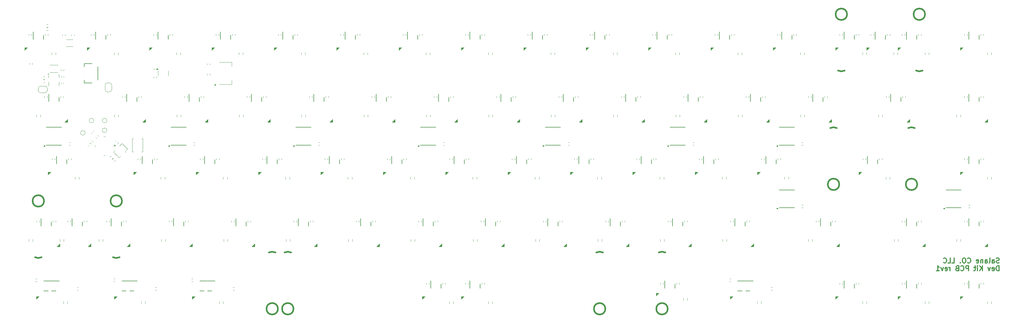
<source format=gbr>
%TF.GenerationSoftware,KiCad,Pcbnew,8.0.6*%
%TF.CreationDate,2024-11-15T04:32:27+07:00*%
%TF.ProjectId,Heart HE 65,48656172-7420-4484-9520-36352e6b6963,rev?*%
%TF.SameCoordinates,Original*%
%TF.FileFunction,Legend,Bot*%
%TF.FilePolarity,Positive*%
%FSLAX46Y46*%
G04 Gerber Fmt 4.6, Leading zero omitted, Abs format (unit mm)*
G04 Created by KiCad (PCBNEW 8.0.6) date 2024-11-15 04:32:27*
%MOMM*%
%LPD*%
G01*
G04 APERTURE LIST*
%ADD10C,0.300000*%
%ADD11C,0.120000*%
%ADD12C,0.100000*%
%ADD13C,0.153000*%
%ADD14C,0.150000*%
%ADD15C,0.500000*%
G04 APERTURE END LIST*
D10*
X312479417Y-88064484D02*
X312265132Y-88135912D01*
X312265132Y-88135912D02*
X311907989Y-88135912D01*
X311907989Y-88135912D02*
X311765132Y-88064484D01*
X311765132Y-88064484D02*
X311693703Y-87993055D01*
X311693703Y-87993055D02*
X311622274Y-87850198D01*
X311622274Y-87850198D02*
X311622274Y-87707341D01*
X311622274Y-87707341D02*
X311693703Y-87564484D01*
X311693703Y-87564484D02*
X311765132Y-87493055D01*
X311765132Y-87493055D02*
X311907989Y-87421626D01*
X311907989Y-87421626D02*
X312193703Y-87350198D01*
X312193703Y-87350198D02*
X312336560Y-87278769D01*
X312336560Y-87278769D02*
X312407989Y-87207341D01*
X312407989Y-87207341D02*
X312479417Y-87064484D01*
X312479417Y-87064484D02*
X312479417Y-86921626D01*
X312479417Y-86921626D02*
X312407989Y-86778769D01*
X312407989Y-86778769D02*
X312336560Y-86707341D01*
X312336560Y-86707341D02*
X312193703Y-86635912D01*
X312193703Y-86635912D02*
X311836560Y-86635912D01*
X311836560Y-86635912D02*
X311622274Y-86707341D01*
X310336561Y-88135912D02*
X310336561Y-87350198D01*
X310336561Y-87350198D02*
X310407989Y-87207341D01*
X310407989Y-87207341D02*
X310550846Y-87135912D01*
X310550846Y-87135912D02*
X310836561Y-87135912D01*
X310836561Y-87135912D02*
X310979418Y-87207341D01*
X310336561Y-88064484D02*
X310479418Y-88135912D01*
X310479418Y-88135912D02*
X310836561Y-88135912D01*
X310836561Y-88135912D02*
X310979418Y-88064484D01*
X310979418Y-88064484D02*
X311050846Y-87921626D01*
X311050846Y-87921626D02*
X311050846Y-87778769D01*
X311050846Y-87778769D02*
X310979418Y-87635912D01*
X310979418Y-87635912D02*
X310836561Y-87564484D01*
X310836561Y-87564484D02*
X310479418Y-87564484D01*
X310479418Y-87564484D02*
X310336561Y-87493055D01*
X309407989Y-88135912D02*
X309550846Y-88064484D01*
X309550846Y-88064484D02*
X309622275Y-87921626D01*
X309622275Y-87921626D02*
X309622275Y-86635912D01*
X308193704Y-88135912D02*
X308193704Y-87350198D01*
X308193704Y-87350198D02*
X308265132Y-87207341D01*
X308265132Y-87207341D02*
X308407989Y-87135912D01*
X308407989Y-87135912D02*
X308693704Y-87135912D01*
X308693704Y-87135912D02*
X308836561Y-87207341D01*
X308193704Y-88064484D02*
X308336561Y-88135912D01*
X308336561Y-88135912D02*
X308693704Y-88135912D01*
X308693704Y-88135912D02*
X308836561Y-88064484D01*
X308836561Y-88064484D02*
X308907989Y-87921626D01*
X308907989Y-87921626D02*
X308907989Y-87778769D01*
X308907989Y-87778769D02*
X308836561Y-87635912D01*
X308836561Y-87635912D02*
X308693704Y-87564484D01*
X308693704Y-87564484D02*
X308336561Y-87564484D01*
X308336561Y-87564484D02*
X308193704Y-87493055D01*
X307479418Y-87135912D02*
X307479418Y-88135912D01*
X307479418Y-87278769D02*
X307407989Y-87207341D01*
X307407989Y-87207341D02*
X307265132Y-87135912D01*
X307265132Y-87135912D02*
X307050846Y-87135912D01*
X307050846Y-87135912D02*
X306907989Y-87207341D01*
X306907989Y-87207341D02*
X306836561Y-87350198D01*
X306836561Y-87350198D02*
X306836561Y-88135912D01*
X305550846Y-88064484D02*
X305693703Y-88135912D01*
X305693703Y-88135912D02*
X305979418Y-88135912D01*
X305979418Y-88135912D02*
X306122275Y-88064484D01*
X306122275Y-88064484D02*
X306193703Y-87921626D01*
X306193703Y-87921626D02*
X306193703Y-87350198D01*
X306193703Y-87350198D02*
X306122275Y-87207341D01*
X306122275Y-87207341D02*
X305979418Y-87135912D01*
X305979418Y-87135912D02*
X305693703Y-87135912D01*
X305693703Y-87135912D02*
X305550846Y-87207341D01*
X305550846Y-87207341D02*
X305479418Y-87350198D01*
X305479418Y-87350198D02*
X305479418Y-87493055D01*
X305479418Y-87493055D02*
X306193703Y-87635912D01*
X302836561Y-87993055D02*
X302907989Y-88064484D01*
X302907989Y-88064484D02*
X303122275Y-88135912D01*
X303122275Y-88135912D02*
X303265132Y-88135912D01*
X303265132Y-88135912D02*
X303479418Y-88064484D01*
X303479418Y-88064484D02*
X303622275Y-87921626D01*
X303622275Y-87921626D02*
X303693704Y-87778769D01*
X303693704Y-87778769D02*
X303765132Y-87493055D01*
X303765132Y-87493055D02*
X303765132Y-87278769D01*
X303765132Y-87278769D02*
X303693704Y-86993055D01*
X303693704Y-86993055D02*
X303622275Y-86850198D01*
X303622275Y-86850198D02*
X303479418Y-86707341D01*
X303479418Y-86707341D02*
X303265132Y-86635912D01*
X303265132Y-86635912D02*
X303122275Y-86635912D01*
X303122275Y-86635912D02*
X302907989Y-86707341D01*
X302907989Y-86707341D02*
X302836561Y-86778769D01*
X301907989Y-86635912D02*
X301622275Y-86635912D01*
X301622275Y-86635912D02*
X301479418Y-86707341D01*
X301479418Y-86707341D02*
X301336561Y-86850198D01*
X301336561Y-86850198D02*
X301265132Y-87135912D01*
X301265132Y-87135912D02*
X301265132Y-87635912D01*
X301265132Y-87635912D02*
X301336561Y-87921626D01*
X301336561Y-87921626D02*
X301479418Y-88064484D01*
X301479418Y-88064484D02*
X301622275Y-88135912D01*
X301622275Y-88135912D02*
X301907989Y-88135912D01*
X301907989Y-88135912D02*
X302050847Y-88064484D01*
X302050847Y-88064484D02*
X302193704Y-87921626D01*
X302193704Y-87921626D02*
X302265132Y-87635912D01*
X302265132Y-87635912D02*
X302265132Y-87135912D01*
X302265132Y-87135912D02*
X302193704Y-86850198D01*
X302193704Y-86850198D02*
X302050847Y-86707341D01*
X302050847Y-86707341D02*
X301907989Y-86635912D01*
X300622275Y-87993055D02*
X300550846Y-88064484D01*
X300550846Y-88064484D02*
X300622275Y-88135912D01*
X300622275Y-88135912D02*
X300693703Y-88064484D01*
X300693703Y-88064484D02*
X300622275Y-87993055D01*
X300622275Y-87993055D02*
X300622275Y-88135912D01*
X298050846Y-88135912D02*
X298765132Y-88135912D01*
X298765132Y-88135912D02*
X298765132Y-86635912D01*
X296836560Y-88135912D02*
X297550846Y-88135912D01*
X297550846Y-88135912D02*
X297550846Y-86635912D01*
X295479417Y-87993055D02*
X295550845Y-88064484D01*
X295550845Y-88064484D02*
X295765131Y-88135912D01*
X295765131Y-88135912D02*
X295907988Y-88135912D01*
X295907988Y-88135912D02*
X296122274Y-88064484D01*
X296122274Y-88064484D02*
X296265131Y-87921626D01*
X296265131Y-87921626D02*
X296336560Y-87778769D01*
X296336560Y-87778769D02*
X296407988Y-87493055D01*
X296407988Y-87493055D02*
X296407988Y-87278769D01*
X296407988Y-87278769D02*
X296336560Y-86993055D01*
X296336560Y-86993055D02*
X296265131Y-86850198D01*
X296265131Y-86850198D02*
X296122274Y-86707341D01*
X296122274Y-86707341D02*
X295907988Y-86635912D01*
X295907988Y-86635912D02*
X295765131Y-86635912D01*
X295765131Y-86635912D02*
X295550845Y-86707341D01*
X295550845Y-86707341D02*
X295479417Y-86778769D01*
X312407989Y-90550828D02*
X312407989Y-89050828D01*
X312407989Y-89050828D02*
X312050846Y-89050828D01*
X312050846Y-89050828D02*
X311836560Y-89122257D01*
X311836560Y-89122257D02*
X311693703Y-89265114D01*
X311693703Y-89265114D02*
X311622274Y-89407971D01*
X311622274Y-89407971D02*
X311550846Y-89693685D01*
X311550846Y-89693685D02*
X311550846Y-89907971D01*
X311550846Y-89907971D02*
X311622274Y-90193685D01*
X311622274Y-90193685D02*
X311693703Y-90336542D01*
X311693703Y-90336542D02*
X311836560Y-90479400D01*
X311836560Y-90479400D02*
X312050846Y-90550828D01*
X312050846Y-90550828D02*
X312407989Y-90550828D01*
X310336560Y-90479400D02*
X310479417Y-90550828D01*
X310479417Y-90550828D02*
X310765132Y-90550828D01*
X310765132Y-90550828D02*
X310907989Y-90479400D01*
X310907989Y-90479400D02*
X310979417Y-90336542D01*
X310979417Y-90336542D02*
X310979417Y-89765114D01*
X310979417Y-89765114D02*
X310907989Y-89622257D01*
X310907989Y-89622257D02*
X310765132Y-89550828D01*
X310765132Y-89550828D02*
X310479417Y-89550828D01*
X310479417Y-89550828D02*
X310336560Y-89622257D01*
X310336560Y-89622257D02*
X310265132Y-89765114D01*
X310265132Y-89765114D02*
X310265132Y-89907971D01*
X310265132Y-89907971D02*
X310979417Y-90050828D01*
X309765132Y-89550828D02*
X309407989Y-90550828D01*
X309407989Y-90550828D02*
X309050846Y-89550828D01*
X307336561Y-90550828D02*
X307336561Y-89050828D01*
X306479418Y-90550828D02*
X307122275Y-89693685D01*
X306479418Y-89050828D02*
X307336561Y-89907971D01*
X305836561Y-90550828D02*
X305836561Y-89550828D01*
X305836561Y-89050828D02*
X305907989Y-89122257D01*
X305907989Y-89122257D02*
X305836561Y-89193685D01*
X305836561Y-89193685D02*
X305765132Y-89122257D01*
X305765132Y-89122257D02*
X305836561Y-89050828D01*
X305836561Y-89050828D02*
X305836561Y-89193685D01*
X305336560Y-89550828D02*
X304765132Y-89550828D01*
X305122275Y-89050828D02*
X305122275Y-90336542D01*
X305122275Y-90336542D02*
X305050846Y-90479400D01*
X305050846Y-90479400D02*
X304907989Y-90550828D01*
X304907989Y-90550828D02*
X304765132Y-90550828D01*
X303122275Y-90550828D02*
X303122275Y-89050828D01*
X303122275Y-89050828D02*
X302550846Y-89050828D01*
X302550846Y-89050828D02*
X302407989Y-89122257D01*
X302407989Y-89122257D02*
X302336560Y-89193685D01*
X302336560Y-89193685D02*
X302265132Y-89336542D01*
X302265132Y-89336542D02*
X302265132Y-89550828D01*
X302265132Y-89550828D02*
X302336560Y-89693685D01*
X302336560Y-89693685D02*
X302407989Y-89765114D01*
X302407989Y-89765114D02*
X302550846Y-89836542D01*
X302550846Y-89836542D02*
X303122275Y-89836542D01*
X300765132Y-90407971D02*
X300836560Y-90479400D01*
X300836560Y-90479400D02*
X301050846Y-90550828D01*
X301050846Y-90550828D02*
X301193703Y-90550828D01*
X301193703Y-90550828D02*
X301407989Y-90479400D01*
X301407989Y-90479400D02*
X301550846Y-90336542D01*
X301550846Y-90336542D02*
X301622275Y-90193685D01*
X301622275Y-90193685D02*
X301693703Y-89907971D01*
X301693703Y-89907971D02*
X301693703Y-89693685D01*
X301693703Y-89693685D02*
X301622275Y-89407971D01*
X301622275Y-89407971D02*
X301550846Y-89265114D01*
X301550846Y-89265114D02*
X301407989Y-89122257D01*
X301407989Y-89122257D02*
X301193703Y-89050828D01*
X301193703Y-89050828D02*
X301050846Y-89050828D01*
X301050846Y-89050828D02*
X300836560Y-89122257D01*
X300836560Y-89122257D02*
X300765132Y-89193685D01*
X299622275Y-89765114D02*
X299407989Y-89836542D01*
X299407989Y-89836542D02*
X299336560Y-89907971D01*
X299336560Y-89907971D02*
X299265132Y-90050828D01*
X299265132Y-90050828D02*
X299265132Y-90265114D01*
X299265132Y-90265114D02*
X299336560Y-90407971D01*
X299336560Y-90407971D02*
X299407989Y-90479400D01*
X299407989Y-90479400D02*
X299550846Y-90550828D01*
X299550846Y-90550828D02*
X300122275Y-90550828D01*
X300122275Y-90550828D02*
X300122275Y-89050828D01*
X300122275Y-89050828D02*
X299622275Y-89050828D01*
X299622275Y-89050828D02*
X299479418Y-89122257D01*
X299479418Y-89122257D02*
X299407989Y-89193685D01*
X299407989Y-89193685D02*
X299336560Y-89336542D01*
X299336560Y-89336542D02*
X299336560Y-89479400D01*
X299336560Y-89479400D02*
X299407989Y-89622257D01*
X299407989Y-89622257D02*
X299479418Y-89693685D01*
X299479418Y-89693685D02*
X299622275Y-89765114D01*
X299622275Y-89765114D02*
X300122275Y-89765114D01*
X297479418Y-90550828D02*
X297479418Y-89550828D01*
X297479418Y-89836542D02*
X297407989Y-89693685D01*
X297407989Y-89693685D02*
X297336561Y-89622257D01*
X297336561Y-89622257D02*
X297193703Y-89550828D01*
X297193703Y-89550828D02*
X297050846Y-89550828D01*
X295979418Y-90479400D02*
X296122275Y-90550828D01*
X296122275Y-90550828D02*
X296407990Y-90550828D01*
X296407990Y-90550828D02*
X296550847Y-90479400D01*
X296550847Y-90479400D02*
X296622275Y-90336542D01*
X296622275Y-90336542D02*
X296622275Y-89765114D01*
X296622275Y-89765114D02*
X296550847Y-89622257D01*
X296550847Y-89622257D02*
X296407990Y-89550828D01*
X296407990Y-89550828D02*
X296122275Y-89550828D01*
X296122275Y-89550828D02*
X295979418Y-89622257D01*
X295979418Y-89622257D02*
X295907990Y-89765114D01*
X295907990Y-89765114D02*
X295907990Y-89907971D01*
X295907990Y-89907971D02*
X296622275Y-90050828D01*
X295407990Y-89550828D02*
X295050847Y-90550828D01*
X295050847Y-90550828D02*
X294693704Y-89550828D01*
X293336561Y-90550828D02*
X294193704Y-90550828D01*
X293765133Y-90550828D02*
X293765133Y-89050828D01*
X293765133Y-89050828D02*
X293907990Y-89265114D01*
X293907990Y-89265114D02*
X294050847Y-89407971D01*
X294050847Y-89407971D02*
X294193704Y-89479400D01*
D11*
%TO.C,C242*%
X310049999Y-99930000D02*
X310049999Y-100630000D01*
X308849999Y-100630000D02*
X308849999Y-99930000D01*
%TO.C,C241*%
X290999999Y-99930000D02*
X290999999Y-100630000D01*
X289799999Y-100630000D02*
X289799999Y-99930000D01*
%TO.C,C240*%
X271949999Y-99930000D02*
X271949999Y-100630000D01*
X270749999Y-100630000D02*
X270749999Y-99930000D01*
%TO.C,C239*%
X239803124Y-99930000D02*
X239803124Y-100630000D01*
X238603124Y-100630000D02*
X238603124Y-99930000D01*
%TO.C,C238*%
X217181249Y-98930000D02*
X217181249Y-99630000D01*
X215981249Y-99630000D02*
X215981249Y-98930000D01*
%TO.C,C237*%
X157649999Y-99930000D02*
X157649999Y-100630000D01*
X156449999Y-100630000D02*
X156449999Y-99930000D01*
%TO.C,C236*%
X145743749Y-99930000D02*
X145743749Y-100630000D01*
X144543749Y-100630000D02*
X144543749Y-99930000D01*
%TO.C,C235*%
X75496874Y-99930000D02*
X75496874Y-100630000D01*
X74296874Y-100630000D02*
X74296874Y-99930000D01*
%TO.C,C234*%
X51684374Y-99930000D02*
X51684374Y-100630000D01*
X50484374Y-100630000D02*
X50484374Y-99930000D01*
%TO.C,C233*%
X27871874Y-99930000D02*
X27871874Y-100630000D01*
X26671874Y-100630000D02*
X26671874Y-99930000D01*
%TO.C,C231*%
X299450001Y-81579999D02*
X299450001Y-80879999D01*
X300650001Y-80879999D02*
X300650001Y-81579999D01*
%TO.C,C232*%
X280400001Y-81579999D02*
X280400001Y-80879999D01*
X281600001Y-80879999D02*
X281600001Y-81579999D01*
%TO.C,C230*%
X254206251Y-81579999D02*
X254206251Y-80879999D01*
X255406251Y-80879999D02*
X255406251Y-81579999D01*
%TO.C,C229*%
X310049999Y-61830000D02*
X310049999Y-62530000D01*
X308849999Y-62530000D02*
X308849999Y-61830000D01*
%TO.C,C228*%
X228012501Y-81579999D02*
X228012501Y-80879999D01*
X229212501Y-80879999D02*
X229212501Y-81579999D01*
%TO.C,C227*%
X279093749Y-61830000D02*
X279093749Y-62530000D01*
X277893749Y-62530000D02*
X277893749Y-61830000D01*
%TO.C,C226*%
X208962501Y-81579999D02*
X208962501Y-80879999D01*
X210162501Y-80879999D02*
X210162501Y-81579999D01*
%TO.C,C225*%
X248137499Y-61830000D02*
X248137499Y-62530000D01*
X246937499Y-62530000D02*
X246937499Y-61830000D01*
%TO.C,C224*%
X189912501Y-81579999D02*
X189912501Y-80879999D01*
X191112501Y-80879999D02*
X191112501Y-81579999D01*
%TO.C,C223*%
X229087499Y-61830000D02*
X229087499Y-62530000D01*
X227887499Y-62530000D02*
X227887499Y-61830000D01*
%TO.C,C222*%
X170862501Y-81579999D02*
X170862501Y-80879999D01*
X172062501Y-80879999D02*
X172062501Y-81579999D01*
%TO.C,C221*%
X210037499Y-61830000D02*
X210037499Y-62530000D01*
X208837499Y-62530000D02*
X208837499Y-61830000D01*
%TO.C,C220*%
X151812501Y-81579999D02*
X151812501Y-80879999D01*
X153012501Y-80879999D02*
X153012501Y-81579999D01*
%TO.C,C219*%
X190987499Y-61830000D02*
X190987499Y-62530000D01*
X189787499Y-62530000D02*
X189787499Y-61830000D01*
%TO.C,C218*%
X132762501Y-81579999D02*
X132762501Y-80879999D01*
X133962501Y-80879999D02*
X133962501Y-81579999D01*
%TO.C,C217*%
X171937499Y-61830000D02*
X171937499Y-62530000D01*
X170737499Y-62530000D02*
X170737499Y-61830000D01*
%TO.C,C216*%
X113712501Y-81579999D02*
X113712501Y-80879999D01*
X114912501Y-80879999D02*
X114912501Y-81579999D01*
%TO.C,C215*%
X152887499Y-61830000D02*
X152887499Y-62530000D01*
X151687499Y-62530000D02*
X151687499Y-61830000D01*
%TO.C,C214*%
X94662501Y-81579999D02*
X94662501Y-80879999D01*
X95862501Y-80879999D02*
X95862501Y-81579999D01*
%TO.C,C213*%
X133837499Y-61830000D02*
X133837499Y-62530000D01*
X132637499Y-62530000D02*
X132637499Y-61830000D01*
%TO.C,C212*%
X75612501Y-81579999D02*
X75612501Y-80879999D01*
X76812501Y-80879999D02*
X76812501Y-81579999D01*
%TO.C,C211*%
X114787499Y-61830000D02*
X114787499Y-62530000D01*
X113587499Y-62530000D02*
X113587499Y-61830000D01*
%TO.C,C210*%
X56562501Y-81579999D02*
X56562501Y-80879999D01*
X57762501Y-80879999D02*
X57762501Y-81579999D01*
%TO.C,C209*%
X95737499Y-61830000D02*
X95737499Y-62530000D01*
X94537499Y-62530000D02*
X94537499Y-61830000D01*
%TO.C,C208*%
X37512501Y-81579999D02*
X37512501Y-80879999D01*
X38712501Y-80879999D02*
X38712501Y-81579999D01*
%TO.C,C207*%
X76687499Y-61830000D02*
X76687499Y-62530000D01*
X75487499Y-62530000D02*
X75487499Y-61830000D01*
%TO.C,C206*%
X25606251Y-81579999D02*
X25606251Y-80879999D01*
X26806251Y-80879999D02*
X26806251Y-81579999D01*
%TO.C,C205*%
X57637499Y-61830000D02*
X57637499Y-62530000D01*
X56437499Y-62530000D02*
X56437499Y-61830000D01*
%TO.C,C204*%
X16081251Y-81579999D02*
X16081251Y-80879999D01*
X17281251Y-80879999D02*
X17281251Y-81579999D01*
%TO.C,C203*%
X31443749Y-61830000D02*
X31443749Y-62530000D01*
X30243749Y-62530000D02*
X30243749Y-61830000D01*
%TO.C,C202*%
X299450001Y-43479999D02*
X299450001Y-42779999D01*
X300650001Y-42779999D02*
X300650001Y-43479999D01*
%TO.C,C201*%
X275637501Y-43479999D02*
X275637501Y-42779999D01*
X276837501Y-42779999D02*
X276837501Y-43479999D01*
%TO.C,C200*%
X251825001Y-43479999D02*
X251825001Y-42779999D01*
X253025001Y-42779999D02*
X253025001Y-43479999D01*
%TO.C,C199*%
X232775001Y-43479999D02*
X232775001Y-42779999D01*
X233975001Y-42779999D02*
X233975001Y-43479999D01*
%TO.C,C198*%
X213725001Y-43479999D02*
X213725001Y-42779999D01*
X214925001Y-42779999D02*
X214925001Y-43479999D01*
%TO.C,C197*%
X194675001Y-43479999D02*
X194675001Y-42779999D01*
X195875001Y-42779999D02*
X195875001Y-43479999D01*
%TO.C,C196*%
X175625001Y-43479999D02*
X175625001Y-42779999D01*
X176825001Y-42779999D02*
X176825001Y-43479999D01*
%TO.C,C195*%
X156575001Y-43479999D02*
X156575001Y-42779999D01*
X157775001Y-42779999D02*
X157775001Y-43479999D01*
%TO.C,C194*%
X137525001Y-43479999D02*
X137525001Y-42779999D01*
X138725001Y-42779999D02*
X138725001Y-43479999D01*
%TO.C,C193*%
X118475001Y-43479999D02*
X118475001Y-42779999D01*
X119675001Y-42779999D02*
X119675001Y-43479999D01*
%TO.C,C192*%
X99425001Y-43479999D02*
X99425001Y-42779999D01*
X100625001Y-42779999D02*
X100625001Y-43479999D01*
%TO.C,C191*%
X80375001Y-43479999D02*
X80375001Y-42779999D01*
X81575001Y-42779999D02*
X81575001Y-43479999D01*
%TO.C,C190*%
X61325001Y-43479999D02*
X61325001Y-42779999D01*
X62525001Y-42779999D02*
X62525001Y-43479999D01*
%TO.C,C189*%
X42275001Y-43479999D02*
X42275001Y-42779999D01*
X43475001Y-42779999D02*
X43475001Y-43479999D01*
%TO.C,C188*%
X18462501Y-43479999D02*
X18462501Y-42779999D01*
X19662501Y-42779999D02*
X19662501Y-43479999D01*
%TO.C,C187*%
X310049999Y-23730000D02*
X310049999Y-24430000D01*
X308849999Y-24430000D02*
X308849999Y-23730000D01*
%TO.C,C186*%
X289799999Y-24430000D02*
X289799999Y-23730000D01*
X290999999Y-23730000D02*
X290999999Y-24430000D01*
%TO.C,C183*%
X281474999Y-23730000D02*
X281474999Y-24430000D01*
X280274999Y-24430000D02*
X280274999Y-23730000D01*
%TO.C,C182*%
X271949999Y-23730000D02*
X271949999Y-24430000D01*
X270749999Y-24430000D02*
X270749999Y-23730000D01*
%TO.C,C181*%
X252899999Y-23730000D02*
X252899999Y-24430000D01*
X251699999Y-24430000D02*
X251699999Y-23730000D01*
%TO.C,C180*%
X233849999Y-23730000D02*
X233849999Y-24430000D01*
X232649999Y-24430000D02*
X232649999Y-23730000D01*
%TO.C,C179*%
X214799999Y-23730000D02*
X214799999Y-24430000D01*
X213599999Y-24430000D02*
X213599999Y-23730000D01*
%TO.C,C167*%
X195749999Y-23730000D02*
X195749999Y-24430000D01*
X194549999Y-24430000D02*
X194549999Y-23730000D01*
%TO.C,C166*%
X176699999Y-23730000D02*
X176699999Y-24430000D01*
X175499999Y-24430000D02*
X175499999Y-23730000D01*
%TO.C,C162*%
X157649999Y-23730000D02*
X157649999Y-24430000D01*
X156449999Y-24430000D02*
X156449999Y-23730000D01*
%TO.C,C150*%
X138599999Y-23730000D02*
X138599999Y-24430000D01*
X137399999Y-24430000D02*
X137399999Y-23730000D01*
%TO.C,C110*%
X119549999Y-23730000D02*
X119549999Y-24430000D01*
X118349999Y-24430000D02*
X118349999Y-23730000D01*
%TO.C,C103*%
X100499999Y-23730000D02*
X100499999Y-24430000D01*
X99299999Y-24430000D02*
X99299999Y-23730000D01*
%TO.C,R4*%
X16337500Y-27370000D02*
X16337500Y-26970000D01*
X17187500Y-27370000D02*
X17187500Y-26970000D01*
%TO.C,C104*%
X23099999Y-24430000D02*
X23099999Y-23730000D01*
X24299999Y-23730000D02*
X24299999Y-24430000D01*
%TO.C,C98*%
X81449999Y-23730000D02*
X81449999Y-24430000D01*
X80249999Y-24430000D02*
X80249999Y-23730000D01*
%TO.C,C62*%
X62399999Y-23730000D02*
X62399999Y-24430000D01*
X61199999Y-24430000D02*
X61199999Y-23730000D01*
%TO.C,C50*%
X42149999Y-24430000D02*
X42149999Y-23730000D01*
X43349999Y-23730000D02*
X43349999Y-24430000D01*
D12*
%TO.C,RGB1_A45*%
X281500000Y-99280000D02*
X281500000Y-98380000D01*
X282400000Y-98380000D01*
X281500000Y-99280000D01*
G36*
X281500000Y-99280000D02*
G01*
X281500000Y-98380000D01*
X282400000Y-98380000D01*
X281500000Y-99280000D01*
G37*
%TO.C,RGB1_A44*%
X262450000Y-99280000D02*
X262450000Y-98380000D01*
X263350000Y-98380000D01*
X262450000Y-99280000D01*
G36*
X262450000Y-99280000D02*
G01*
X262450000Y-98380000D01*
X263350000Y-98380000D01*
X262450000Y-99280000D01*
G37*
%TO.C,RGB1_A43*%
X300550000Y-99280000D02*
X300550000Y-98380000D01*
X301450000Y-98380000D01*
X300550000Y-99280000D01*
G36*
X300550000Y-99280000D02*
G01*
X300550000Y-98380000D01*
X301450000Y-98380000D01*
X300550000Y-99280000D01*
G37*
%TO.C,RGB1_A42*%
X230303125Y-99280000D02*
X230303125Y-98380000D01*
X231203125Y-98380000D01*
X230303125Y-99280000D01*
G36*
X230303125Y-99280000D02*
G01*
X230303125Y-98380000D01*
X231203125Y-98380000D01*
X230303125Y-99280000D01*
G37*
%TO.C,RGB1_A40*%
X207681250Y-98280000D02*
X207681250Y-97380000D01*
X208581250Y-97380000D01*
X207681250Y-98280000D01*
G36*
X207681250Y-98280000D02*
G01*
X207681250Y-97380000D01*
X208581250Y-97380000D01*
X207681250Y-98280000D01*
G37*
%TO.C,RGB1_A38*%
X148150000Y-99280000D02*
X148150000Y-98380000D01*
X149050000Y-98380000D01*
X148150000Y-99280000D01*
G36*
X148150000Y-99280000D02*
G01*
X148150000Y-98380000D01*
X149050000Y-98380000D01*
X148150000Y-99280000D01*
G37*
%TO.C,RGB1_A36*%
X136243750Y-99280000D02*
X136243750Y-98380000D01*
X137143750Y-98380000D01*
X136243750Y-99280000D01*
G36*
X136243750Y-99280000D02*
G01*
X136243750Y-98380000D01*
X137143750Y-98380000D01*
X136243750Y-99280000D01*
G37*
%TO.C,RGB1_A34*%
X65996875Y-99280000D02*
X65996875Y-98380000D01*
X66896875Y-98380000D01*
X65996875Y-99280000D01*
G36*
X65996875Y-99280000D02*
G01*
X65996875Y-98380000D01*
X66896875Y-98380000D01*
X65996875Y-99280000D01*
G37*
%TO.C,RGB1_A21*%
X42184375Y-99280000D02*
X42184375Y-98380000D01*
X43084375Y-98380000D01*
X42184375Y-99280000D01*
G36*
X42184375Y-99280000D02*
G01*
X42184375Y-98380000D01*
X43084375Y-98380000D01*
X42184375Y-99280000D01*
G37*
%TO.C,RGB1_A19*%
X18371875Y-99280000D02*
X18371875Y-98380000D01*
X19271875Y-98380000D01*
X18371875Y-99280000D01*
G36*
X18371875Y-99280000D02*
G01*
X18371875Y-98380000D01*
X19271875Y-98380000D01*
X18371875Y-99280000D01*
G37*
%TO.C,RGB1_B31*%
X308950000Y-83129999D02*
X308050000Y-83129999D01*
X308950000Y-82229999D01*
X308950000Y-83129999D01*
G36*
X308950000Y-83129999D02*
G01*
X308050000Y-83129999D01*
X308950000Y-82229999D01*
X308950000Y-83129999D01*
G37*
%TO.C,RGB1_B30*%
X142262500Y-83129999D02*
X141362500Y-83129999D01*
X142262500Y-82229999D01*
X142262500Y-83129999D01*
G36*
X142262500Y-83129999D02*
G01*
X141362500Y-83129999D01*
X142262500Y-82229999D01*
X142262500Y-83129999D01*
G37*
%TO.C,RGB1_B29*%
X161312500Y-83129999D02*
X160412500Y-83129999D01*
X161312500Y-82229999D01*
X161312500Y-83129999D01*
G36*
X161312500Y-83129999D02*
G01*
X160412500Y-83129999D01*
X161312500Y-82229999D01*
X161312500Y-83129999D01*
G37*
%TO.C,RGB1_B28*%
X123212500Y-83129999D02*
X122312500Y-83129999D01*
X123212500Y-82229999D01*
X123212500Y-83129999D01*
G36*
X123212500Y-83129999D02*
G01*
X122312500Y-83129999D01*
X123212500Y-82229999D01*
X123212500Y-83129999D01*
G37*
%TO.C,RGB1_B27*%
X180362500Y-83129999D02*
X179462500Y-83129999D01*
X180362500Y-82229999D01*
X180362500Y-83129999D01*
G36*
X180362500Y-83129999D02*
G01*
X179462500Y-83129999D01*
X180362500Y-82229999D01*
X180362500Y-83129999D01*
G37*
%TO.C,RGB1_B26*%
X104162500Y-83129999D02*
X103262500Y-83129999D01*
X104162500Y-82229999D01*
X104162500Y-83129999D01*
G36*
X104162500Y-83129999D02*
G01*
X103262500Y-83129999D01*
X104162500Y-82229999D01*
X104162500Y-83129999D01*
G37*
%TO.C,RGB1_B25*%
X199412500Y-83129999D02*
X198512500Y-83129999D01*
X199412500Y-82229999D01*
X199412500Y-83129999D01*
G36*
X199412500Y-83129999D02*
G01*
X198512500Y-83129999D01*
X199412500Y-82229999D01*
X199412500Y-83129999D01*
G37*
%TO.C,RGB1_B24*%
X85112500Y-83129999D02*
X84212500Y-83129999D01*
X85112500Y-82229999D01*
X85112500Y-83129999D01*
G36*
X85112500Y-83129999D02*
G01*
X84212500Y-83129999D01*
X85112500Y-82229999D01*
X85112500Y-83129999D01*
G37*
%TO.C,RGB1_B23*%
X218462500Y-83129999D02*
X217562500Y-83129999D01*
X218462500Y-82229999D01*
X218462500Y-83129999D01*
G36*
X218462500Y-83129999D02*
G01*
X217562500Y-83129999D01*
X218462500Y-82229999D01*
X218462500Y-83129999D01*
G37*
%TO.C,RGB1_B22*%
X66062500Y-83129999D02*
X65162500Y-83129999D01*
X66062500Y-82229999D01*
X66062500Y-83129999D01*
G36*
X66062500Y-83129999D02*
G01*
X65162500Y-83129999D01*
X66062500Y-82229999D01*
X66062500Y-83129999D01*
G37*
%TO.C,RGB1_B21*%
X237512500Y-83129999D02*
X236612500Y-83129999D01*
X237512500Y-82229999D01*
X237512500Y-83129999D01*
G36*
X237512500Y-83129999D02*
G01*
X236612500Y-83129999D01*
X237512500Y-82229999D01*
X237512500Y-83129999D01*
G37*
%TO.C,RGB1_B20*%
X47012500Y-83129999D02*
X46112500Y-83129999D01*
X47012500Y-82229999D01*
X47012500Y-83129999D01*
G36*
X47012500Y-83129999D02*
G01*
X46112500Y-83129999D01*
X47012500Y-82229999D01*
X47012500Y-83129999D01*
G37*
%TO.C,RGB1_B19*%
X263706250Y-83129999D02*
X262806250Y-83129999D01*
X263706250Y-82229999D01*
X263706250Y-83129999D01*
G36*
X263706250Y-83129999D02*
G01*
X262806250Y-83129999D01*
X263706250Y-82229999D01*
X263706250Y-83129999D01*
G37*
%TO.C,RGB1_B18*%
X35106250Y-83129999D02*
X34206250Y-83129999D01*
X35106250Y-82229999D01*
X35106250Y-83129999D01*
G36*
X35106250Y-83129999D02*
G01*
X34206250Y-83129999D01*
X35106250Y-82229999D01*
X35106250Y-83129999D01*
G37*
%TO.C,RGB1_B17*%
X289900000Y-83129999D02*
X289000000Y-83129999D01*
X289900000Y-82229999D01*
X289900000Y-83129999D01*
G36*
X289900000Y-83129999D02*
G01*
X289000000Y-83129999D01*
X289900000Y-82229999D01*
X289900000Y-83129999D01*
G37*
%TO.C,RGB1_B16*%
X25581250Y-83129999D02*
X24681250Y-83129999D01*
X25581250Y-82229999D01*
X25581250Y-83129999D01*
G36*
X25581250Y-83129999D02*
G01*
X24681250Y-83129999D01*
X25581250Y-82229999D01*
X25581250Y-83129999D01*
G37*
%TO.C,RGB1_A33*%
X181487500Y-61180000D02*
X181487500Y-60280000D01*
X182387500Y-60280000D01*
X181487500Y-61180000D01*
G36*
X181487500Y-61180000D02*
G01*
X181487500Y-60280000D01*
X182387500Y-60280000D01*
X181487500Y-61180000D01*
G37*
%TO.C,RGB1_A32*%
X162437500Y-61180000D02*
X162437500Y-60280000D01*
X163337500Y-60280000D01*
X162437500Y-61180000D01*
G36*
X162437500Y-61180000D02*
G01*
X162437500Y-60280000D01*
X163337500Y-60280000D01*
X162437500Y-61180000D01*
G37*
%TO.C,RGB1_A31*%
X200537500Y-61180000D02*
X200537500Y-60280000D01*
X201437500Y-60280000D01*
X200537500Y-61180000D01*
G36*
X200537500Y-61180000D02*
G01*
X200537500Y-60280000D01*
X201437500Y-60280000D01*
X200537500Y-61180000D01*
G37*
%TO.C,RGB1_A30*%
X143387500Y-61180000D02*
X143387500Y-60280000D01*
X144287500Y-60280000D01*
X143387500Y-61180000D01*
G36*
X143387500Y-61180000D02*
G01*
X143387500Y-60280000D01*
X144287500Y-60280000D01*
X143387500Y-61180000D01*
G37*
%TO.C,RGB1_A29*%
X219587500Y-61180000D02*
X219587500Y-60280000D01*
X220487500Y-60280000D01*
X219587500Y-61180000D01*
G36*
X219587500Y-61180000D02*
G01*
X219587500Y-60280000D01*
X220487500Y-60280000D01*
X219587500Y-61180000D01*
G37*
%TO.C,RGB1_A28*%
X124337500Y-61180000D02*
X124337500Y-60280000D01*
X125237500Y-60280000D01*
X124337500Y-61180000D01*
G36*
X124337500Y-61180000D02*
G01*
X124337500Y-60280000D01*
X125237500Y-60280000D01*
X124337500Y-61180000D01*
G37*
%TO.C,RGB1_A27*%
X238637500Y-61180000D02*
X238637500Y-60280000D01*
X239537500Y-60280000D01*
X238637500Y-61180000D01*
G36*
X238637500Y-61180000D02*
G01*
X238637500Y-60280000D01*
X239537500Y-60280000D01*
X238637500Y-61180000D01*
G37*
%TO.C,RGB1_A26*%
X105287500Y-61180000D02*
X105287500Y-60280000D01*
X106187500Y-60280000D01*
X105287500Y-61180000D01*
G36*
X105287500Y-61180000D02*
G01*
X105287500Y-60280000D01*
X106187500Y-60280000D01*
X105287500Y-61180000D01*
G37*
%TO.C,RGB1_A25*%
X269593750Y-61180000D02*
X269593750Y-60280000D01*
X270493750Y-60280000D01*
X269593750Y-61180000D01*
G36*
X269593750Y-61180000D02*
G01*
X269593750Y-60280000D01*
X270493750Y-60280000D01*
X269593750Y-61180000D01*
G37*
%TO.C,RGB1_A24*%
X86237500Y-61180000D02*
X86237500Y-60280000D01*
X87137500Y-60280000D01*
X86237500Y-61180000D01*
G36*
X86237500Y-61180000D02*
G01*
X86237500Y-60280000D01*
X87137500Y-60280000D01*
X86237500Y-61180000D01*
G37*
%TO.C,RGB1_A23*%
X300550000Y-61180000D02*
X300550000Y-60280000D01*
X301450000Y-60280000D01*
X300550000Y-61180000D01*
G36*
X300550000Y-61180000D02*
G01*
X300550000Y-60280000D01*
X301450000Y-60280000D01*
X300550000Y-61180000D01*
G37*
%TO.C,RGB1_A22*%
X67187500Y-61180000D02*
X67187500Y-60280000D01*
X68087500Y-60280000D01*
X67187500Y-61180000D01*
G36*
X67187500Y-61180000D02*
G01*
X67187500Y-60280000D01*
X68087500Y-60280000D01*
X67187500Y-61180000D01*
G37*
%TO.C,RGB1_A20*%
X48137500Y-61180000D02*
X48137500Y-60280000D01*
X49037500Y-60280000D01*
X48137500Y-61180000D01*
G36*
X48137500Y-61180000D02*
G01*
X48137500Y-60280000D01*
X49037500Y-60280000D01*
X48137500Y-61180000D01*
G37*
%TO.C,RGB1_A18*%
X21943750Y-61180000D02*
X21943750Y-60280000D01*
X22843750Y-60280000D01*
X21943750Y-61180000D01*
G36*
X21943750Y-61180000D02*
G01*
X21943750Y-60280000D01*
X22843750Y-60280000D01*
X21943750Y-61180000D01*
G37*
%TO.C,RGB1_A16*%
X14800000Y-23080000D02*
X14800000Y-22180000D01*
X15700000Y-22180000D01*
X14800000Y-23080000D01*
G36*
X14800000Y-23080000D02*
G01*
X14800000Y-22180000D01*
X15700000Y-22180000D01*
X14800000Y-23080000D01*
G37*
%TO.C,RGB1_A15*%
X281500000Y-23080000D02*
X281500000Y-22180000D01*
X282400000Y-22180000D01*
X281500000Y-23080000D01*
G36*
X281500000Y-23080000D02*
G01*
X281500000Y-22180000D01*
X282400000Y-22180000D01*
X281500000Y-23080000D01*
G37*
%TO.C,RGB1_A14*%
X271975000Y-23080000D02*
X271975000Y-22180000D01*
X272875000Y-22180000D01*
X271975000Y-23080000D01*
G36*
X271975000Y-23080000D02*
G01*
X271975000Y-22180000D01*
X272875000Y-22180000D01*
X271975000Y-23080000D01*
G37*
%TO.C,RGB1_A13*%
X262450000Y-23080000D02*
X262450000Y-22180000D01*
X263350000Y-22180000D01*
X262450000Y-23080000D01*
G36*
X262450000Y-23080000D02*
G01*
X262450000Y-22180000D01*
X263350000Y-22180000D01*
X262450000Y-23080000D01*
G37*
%TO.C,RGB1_A12*%
X243400000Y-23080000D02*
X243400000Y-22180000D01*
X244300000Y-22180000D01*
X243400000Y-23080000D01*
G36*
X243400000Y-23080000D02*
G01*
X243400000Y-22180000D01*
X244300000Y-22180000D01*
X243400000Y-23080000D01*
G37*
%TO.C,RGB1_A11*%
X224350000Y-23080000D02*
X224350000Y-22180000D01*
X225250000Y-22180000D01*
X224350000Y-23080000D01*
G36*
X224350000Y-23080000D02*
G01*
X224350000Y-22180000D01*
X225250000Y-22180000D01*
X224350000Y-23080000D01*
G37*
%TO.C,RGB1_A10*%
X205300000Y-23080000D02*
X205300000Y-22180000D01*
X206200000Y-22180000D01*
X205300000Y-23080000D01*
G36*
X205300000Y-23080000D02*
G01*
X205300000Y-22180000D01*
X206200000Y-22180000D01*
X205300000Y-23080000D01*
G37*
%TO.C,RGB1_A9*%
X186250000Y-23080000D02*
X186250000Y-22180000D01*
X187150000Y-22180000D01*
X186250000Y-23080000D01*
G36*
X186250000Y-23080000D02*
G01*
X186250000Y-22180000D01*
X187150000Y-22180000D01*
X186250000Y-23080000D01*
G37*
%TO.C,RGB1_A8*%
X167200000Y-23080000D02*
X167200000Y-22180000D01*
X168100000Y-22180000D01*
X167200000Y-23080000D01*
G36*
X167200000Y-23080000D02*
G01*
X167200000Y-22180000D01*
X168100000Y-22180000D01*
X167200000Y-23080000D01*
G37*
%TO.C,RGB1_A7*%
X148150000Y-23080000D02*
X148150000Y-22180000D01*
X149050000Y-22180000D01*
X148150000Y-23080000D01*
G36*
X148150000Y-23080000D02*
G01*
X148150000Y-22180000D01*
X149050000Y-22180000D01*
X148150000Y-23080000D01*
G37*
%TO.C,RGB1_A6*%
X129100000Y-23080000D02*
X129100000Y-22180000D01*
X130000000Y-22180000D01*
X129100000Y-23080000D01*
G36*
X129100000Y-23080000D02*
G01*
X129100000Y-22180000D01*
X130000000Y-22180000D01*
X129100000Y-23080000D01*
G37*
%TO.C,RGB1_A5*%
X110050000Y-23080000D02*
X110050000Y-22180000D01*
X110950000Y-22180000D01*
X110050000Y-23080000D01*
G36*
X110050000Y-23080000D02*
G01*
X110050000Y-22180000D01*
X110950000Y-22180000D01*
X110050000Y-23080000D01*
G37*
%TO.C,RGB1_A4*%
X91000000Y-23080000D02*
X91000000Y-22180000D01*
X91900000Y-22180000D01*
X91000000Y-23080000D01*
G36*
X91000000Y-23080000D02*
G01*
X91000000Y-22180000D01*
X91900000Y-22180000D01*
X91000000Y-23080000D01*
G37*
%TO.C,RGB1_A3*%
X71950000Y-23080000D02*
X71950000Y-22180000D01*
X72850000Y-22180000D01*
X71950000Y-23080000D01*
G36*
X71950000Y-23080000D02*
G01*
X71950000Y-22180000D01*
X72850000Y-22180000D01*
X71950000Y-23080000D01*
G37*
%TO.C,RGB1_A2*%
X52900000Y-23080000D02*
X52900000Y-22180000D01*
X53800000Y-22180000D01*
X52900000Y-23080000D01*
G36*
X52900000Y-23080000D02*
G01*
X52900000Y-22180000D01*
X53800000Y-22180000D01*
X52900000Y-23080000D01*
G37*
%TO.C,RGB1_A1*%
X33850000Y-23080000D02*
X33850000Y-22180000D01*
X34750000Y-22180000D01*
X33850000Y-23080000D01*
G36*
X33850000Y-23080000D02*
G01*
X33850000Y-22180000D01*
X34750000Y-22180000D01*
X33850000Y-23080000D01*
G37*
%TO.C,RGB1_B15*%
X27962500Y-45029999D02*
X27062500Y-45029999D01*
X27962500Y-44129999D01*
X27962500Y-45029999D01*
G36*
X27962500Y-45029999D02*
G01*
X27062500Y-45029999D01*
X27962500Y-44129999D01*
X27962500Y-45029999D01*
G37*
%TO.C,RGB1_B14*%
X51775000Y-45029999D02*
X50875000Y-45029999D01*
X51775000Y-44129999D01*
X51775000Y-45029999D01*
G36*
X51775000Y-45029999D02*
G01*
X50875000Y-45029999D01*
X51775000Y-44129999D01*
X51775000Y-45029999D01*
G37*
%TO.C,RGB1_B13*%
X70825000Y-45029999D02*
X69925000Y-45029999D01*
X70825000Y-44129999D01*
X70825000Y-45029999D01*
G36*
X70825000Y-45029999D02*
G01*
X69925000Y-45029999D01*
X70825000Y-44129999D01*
X70825000Y-45029999D01*
G37*
%TO.C,RGB1_B12*%
X89875000Y-45029999D02*
X88975000Y-45029999D01*
X89875000Y-44129999D01*
X89875000Y-45029999D01*
G36*
X89875000Y-45029999D02*
G01*
X88975000Y-45029999D01*
X89875000Y-44129999D01*
X89875000Y-45029999D01*
G37*
%TO.C,RGB1_B11*%
X108925000Y-45029999D02*
X108025000Y-45029999D01*
X108925000Y-44129999D01*
X108925000Y-45029999D01*
G36*
X108925000Y-45029999D02*
G01*
X108025000Y-45029999D01*
X108925000Y-44129999D01*
X108925000Y-45029999D01*
G37*
%TO.C,RGB1_B10*%
X127975000Y-45029999D02*
X127075000Y-45029999D01*
X127975000Y-44129999D01*
X127975000Y-45029999D01*
G36*
X127975000Y-45029999D02*
G01*
X127075000Y-45029999D01*
X127975000Y-44129999D01*
X127975000Y-45029999D01*
G37*
%TO.C,RGB1_B9*%
X147025000Y-45029999D02*
X146125000Y-45029999D01*
X147025000Y-44129999D01*
X147025000Y-45029999D01*
G36*
X147025000Y-45029999D02*
G01*
X146125000Y-45029999D01*
X147025000Y-44129999D01*
X147025000Y-45029999D01*
G37*
%TO.C,RGB1_B8*%
X166075000Y-45029999D02*
X165175000Y-45029999D01*
X166075000Y-44129999D01*
X166075000Y-45029999D01*
G36*
X166075000Y-45029999D02*
G01*
X165175000Y-45029999D01*
X166075000Y-44129999D01*
X166075000Y-45029999D01*
G37*
%TO.C,RGB1_B7*%
X185125000Y-45029999D02*
X184225000Y-45029999D01*
X185125000Y-44129999D01*
X185125000Y-45029999D01*
G36*
X185125000Y-45029999D02*
G01*
X184225000Y-45029999D01*
X185125000Y-44129999D01*
X185125000Y-45029999D01*
G37*
%TO.C,RGB1_B6*%
X204175000Y-45029999D02*
X203275000Y-45029999D01*
X204175000Y-44129999D01*
X204175000Y-45029999D01*
G36*
X204175000Y-45029999D02*
G01*
X203275000Y-45029999D01*
X204175000Y-44129999D01*
X204175000Y-45029999D01*
G37*
%TO.C,RGB1_B5*%
X223225000Y-45029999D02*
X222325000Y-45029999D01*
X223225000Y-44129999D01*
X223225000Y-45029999D01*
G36*
X223225000Y-45029999D02*
G01*
X222325000Y-45029999D01*
X223225000Y-44129999D01*
X223225000Y-45029999D01*
G37*
%TO.C,RGB1_B4*%
X242275000Y-45029999D02*
X241375000Y-45029999D01*
X242275000Y-44129999D01*
X242275000Y-45029999D01*
G36*
X242275000Y-45029999D02*
G01*
X241375000Y-45029999D01*
X242275000Y-44129999D01*
X242275000Y-45029999D01*
G37*
%TO.C,RGB1_B3*%
X261325000Y-45029999D02*
X260425000Y-45029999D01*
X261325000Y-44129999D01*
X261325000Y-45029999D01*
G36*
X261325000Y-45029999D02*
G01*
X260425000Y-45029999D01*
X261325000Y-44129999D01*
X261325000Y-45029999D01*
G37*
%TO.C,RGB1_B2*%
X285137500Y-45029999D02*
X284237500Y-45029999D01*
X285137500Y-44129999D01*
X285137500Y-45029999D01*
G36*
X285137500Y-45029999D02*
G01*
X284237500Y-45029999D01*
X285137500Y-44129999D01*
X285137500Y-45029999D01*
G37*
%TO.C,RGB1_B1*%
X308950000Y-45029999D02*
X308050000Y-45029999D01*
X308950000Y-44129999D01*
X308950000Y-45029999D01*
G36*
X308950000Y-45029999D02*
G01*
X308050000Y-45029999D01*
X308950000Y-44129999D01*
X308950000Y-45029999D01*
G37*
D11*
%TO.C,C33*%
X55025000Y-18050000D02*
X55025000Y-18450000D01*
X54175000Y-18050000D02*
X54175000Y-18450000D01*
%TO.C,C73*%
X179087500Y-75200000D02*
X179087500Y-75600000D01*
X178237500Y-75200000D02*
X178237500Y-75600000D01*
%TO.C,C160*%
X283625000Y-94250000D02*
X283625000Y-94650000D01*
X282775000Y-94250000D02*
X282775000Y-94650000D01*
%TO.C,SW1*%
X50870000Y-54170000D02*
X50570000Y-54170000D01*
X50870000Y-50030000D02*
X50870000Y-54170000D01*
X50570000Y-50030000D02*
X50870000Y-50030000D01*
X48030000Y-54170000D02*
X47730000Y-54170000D01*
X47730000Y-54170000D02*
X47730000Y-50030000D01*
X47730000Y-50030000D02*
X48030000Y-50030000D01*
%TO.C,C60*%
X169562500Y-56150000D02*
X169562500Y-56550000D01*
X168712500Y-56150000D02*
X168712500Y-56550000D01*
%TO.C,C13*%
X41521045Y-56314976D02*
X41803888Y-56032133D01*
X40920004Y-55713935D02*
X41202847Y-55431092D01*
D13*
%TO.C,U25*%
X63422500Y-76170001D02*
X63422500Y-76820000D01*
X63422500Y-76170001D02*
X63422500Y-75520000D01*
X60302500Y-76170001D02*
X60302500Y-76820000D01*
X60302500Y-76170001D02*
X60302500Y-74495000D01*
D11*
%TO.C,C22*%
X40975000Y-18050000D02*
X40975000Y-18450000D01*
X40125000Y-18050000D02*
X40125000Y-18450000D01*
D13*
%TO.C,U23*%
X68185000Y-38070001D02*
X68185000Y-38720000D01*
X68185000Y-38070001D02*
X68185000Y-37420000D01*
X65065000Y-38070001D02*
X65065000Y-38720000D01*
X65065000Y-38070001D02*
X65065000Y-36395000D01*
D11*
%TO.C,U56*%
X211602500Y-52440938D02*
X211122500Y-52440938D01*
X211362500Y-52110938D01*
X211602500Y-52440938D01*
G36*
X211602500Y-52440938D02*
G01*
X211122500Y-52440938D01*
X211362500Y-52110938D01*
X211602500Y-52440938D01*
G37*
D14*
X216587500Y-52085938D02*
X211937500Y-52085938D01*
X216587500Y-46635938D02*
X211937500Y-46635938D01*
D11*
%TO.C,C125*%
X145512500Y-56150000D02*
X145512500Y-56550000D01*
X144662500Y-56150000D02*
X144662500Y-56550000D01*
%TO.C,C23*%
X50500000Y-37100000D02*
X50500000Y-37500000D01*
X49650000Y-37100000D02*
X49650000Y-37500000D01*
%TO.C,U63*%
X73260000Y-33724344D02*
X72780000Y-33724344D01*
X73020000Y-33394344D01*
X73260000Y-33724344D01*
G36*
X73260000Y-33724344D02*
G01*
X72780000Y-33724344D01*
X73020000Y-33394344D01*
X73260000Y-33724344D01*
G37*
X78060000Y-33494344D02*
X74300000Y-33494344D01*
X78060000Y-32234344D02*
X78060000Y-33494344D01*
X78060000Y-27934344D02*
X78060000Y-26674344D01*
X78060000Y-26674344D02*
X74300000Y-26674344D01*
%TO.C,TP3*%
X33300000Y-48334344D02*
G75*
G02*
X31900000Y-48334344I-700000J0D01*
G01*
X31900000Y-48334344D02*
G75*
G02*
X33300000Y-48334344I700000J0D01*
G01*
%TO.C,C18*%
X29068750Y-56150000D02*
X29068750Y-56550000D01*
X28218750Y-56150000D02*
X28218750Y-56550000D01*
%TO.C,C123*%
X183612500Y-56150000D02*
X183612500Y-56550000D01*
X182762500Y-56150000D02*
X182762500Y-56550000D01*
%TO.C,C17*%
X26687500Y-37100000D02*
X26687500Y-37500000D01*
X25837500Y-37100000D02*
X25837500Y-37500000D01*
D13*
%TO.C,U30*%
X91997500Y-57120001D02*
X91997500Y-57770000D01*
X91997500Y-57120001D02*
X91997500Y-56470000D01*
X88877500Y-57120001D02*
X88877500Y-57770000D01*
X88877500Y-57120001D02*
X88877500Y-55445000D01*
D11*
%TO.C,C105*%
X197900000Y-37100000D02*
X197900000Y-37500000D01*
X197050000Y-37100000D02*
X197050000Y-37500000D01*
%TO.C,C99*%
X140750000Y-37100000D02*
X140750000Y-37500000D01*
X139900000Y-37100000D02*
X139900000Y-37500000D01*
%TO.C,R3*%
X29975000Y-18204656D02*
X29975000Y-18604656D01*
X29125000Y-18204656D02*
X29125000Y-18604656D01*
%TO.C,C122*%
X69312500Y-56150000D02*
X69312500Y-56550000D01*
X68462500Y-56150000D02*
X68462500Y-56550000D01*
%TO.C,C71*%
X202900000Y-37100000D02*
X202900000Y-37500000D01*
X202050000Y-37100000D02*
X202050000Y-37500000D01*
%TO.C,C3*%
X303158750Y-71210938D02*
X303558750Y-71210938D01*
X303158750Y-70360938D02*
X303558750Y-70360938D01*
%TO.C,Y1*%
X46311693Y-53186029D02*
X46028850Y-52903186D01*
X46170271Y-53327450D02*
X45887429Y-53044607D01*
X46170271Y-53327450D02*
X45463165Y-54034557D01*
X46028850Y-52903186D02*
X44614636Y-51488972D01*
X45746007Y-54317399D02*
X45463165Y-54034557D01*
X44473215Y-51630394D02*
X45887429Y-53044607D01*
X44190372Y-55307349D02*
X43624687Y-55873034D01*
X43766108Y-52337500D02*
X44473215Y-51630394D01*
X43624687Y-55873034D02*
X43341844Y-55590192D01*
X43341844Y-55590192D02*
X41927631Y-54175978D01*
X41927631Y-54175978D02*
X42493316Y-53610293D01*
D13*
%TO.C,U66*%
X206297500Y-57120001D02*
X206297500Y-57770000D01*
X206297500Y-57120001D02*
X206297500Y-56470000D01*
X203177500Y-57120001D02*
X203177500Y-57770000D01*
X203177500Y-57120001D02*
X203177500Y-55445000D01*
D11*
%TO.C,C44*%
X112175000Y-18050000D02*
X112175000Y-18450000D01*
X111325000Y-18050000D02*
X111325000Y-18450000D01*
%TO.C,C19*%
X24306250Y-75200000D02*
X24306250Y-75600000D01*
X23456250Y-75200000D02*
X23456250Y-75600000D01*
%TO.C,C5*%
X142662500Y-52060938D02*
X143062500Y-52060938D01*
X142662500Y-51210938D02*
X143062500Y-51210938D01*
D13*
%TO.C,U75*%
X22941250Y-76820000D02*
X22941250Y-76170000D01*
X22941250Y-75520000D02*
X22941250Y-76170000D01*
X19821250Y-76820000D02*
X19821250Y-76170000D01*
X19821250Y-74495000D02*
X19821250Y-76170000D01*
D11*
%TO.C,C24*%
X55262500Y-56150000D02*
X55262500Y-56550000D01*
X54412500Y-56150000D02*
X54412500Y-56550000D01*
D13*
%TO.C,U72*%
X225347500Y-57120001D02*
X225347500Y-57770000D01*
X225347500Y-57120001D02*
X225347500Y-56470000D01*
X222227500Y-57120001D02*
X222227500Y-57770000D01*
X222227500Y-57120001D02*
X222227500Y-55445000D01*
D11*
%TO.C,C117*%
X21687500Y-37100000D02*
X21687500Y-37500000D01*
X20837500Y-37100000D02*
X20837500Y-37500000D01*
%TO.C,C30*%
X74312500Y-56150000D02*
X74312500Y-56550000D01*
X73462500Y-56150000D02*
X73462500Y-56550000D01*
D13*
%TO.C,U79*%
X234872500Y-76170001D02*
X234872500Y-76820000D01*
X234872500Y-76170001D02*
X234872500Y-75520000D01*
X231752500Y-76170001D02*
X231752500Y-76820000D01*
X231752500Y-76170001D02*
X231752500Y-74495000D01*
D11*
%TO.C,C128*%
X88362500Y-56150000D02*
X88362500Y-56550000D01*
X87512500Y-56150000D02*
X87512500Y-56550000D01*
%TO.C,C56*%
X274100000Y-18050000D02*
X274100000Y-18450000D01*
X273250000Y-18050000D02*
X273250000Y-18450000D01*
%TO.C,U45*%
X135402500Y-52440938D02*
X134922500Y-52440938D01*
X135162500Y-52110938D01*
X135402500Y-52440938D01*
G36*
X135402500Y-52440938D02*
G01*
X134922500Y-52440938D01*
X135162500Y-52110938D01*
X135402500Y-52440938D01*
G37*
D14*
X140387500Y-52085938D02*
X135737500Y-52085938D01*
X140387500Y-46635938D02*
X135737500Y-46635938D01*
D11*
%TO.C,C35*%
X88600000Y-37100000D02*
X88600000Y-37500000D01*
X87750000Y-37100000D02*
X87750000Y-37500000D01*
%TO.C,C36*%
X93362500Y-56150000D02*
X93362500Y-56550000D01*
X92512500Y-56150000D02*
X92512500Y-56550000D01*
D13*
%TO.C,U55*%
X158672500Y-76170001D02*
X158672500Y-76820000D01*
X158672500Y-76170001D02*
X158672500Y-75520000D01*
X155552500Y-76170001D02*
X155552500Y-76820000D01*
X155552500Y-76170001D02*
X155552500Y-74495000D01*
D11*
%TO.C,C58*%
X155275000Y-18050000D02*
X155275000Y-18450000D01*
X154425000Y-18050000D02*
X154425000Y-18450000D01*
D13*
%TO.C,U82*%
X249160000Y-19020001D02*
X249160000Y-19670000D01*
X249160000Y-19020001D02*
X249160000Y-18370000D01*
X246040000Y-19020001D02*
X246040000Y-19670000D01*
X246040000Y-19020001D02*
X246040000Y-17345000D01*
D11*
%TO.C,C173*%
X288625000Y-94250000D02*
X288625000Y-94650000D01*
X287775000Y-94250000D02*
X287775000Y-94650000D01*
D13*
%TO.C,U77*%
X239635000Y-38070001D02*
X239635000Y-38720000D01*
X239635000Y-38070001D02*
X239635000Y-37420000D01*
X236515000Y-38070001D02*
X236515000Y-38720000D01*
X236515000Y-38070001D02*
X236515000Y-36395000D01*
D11*
%TO.C,C75*%
X264575000Y-18050000D02*
X264575000Y-18450000D01*
X263725000Y-18050000D02*
X263725000Y-18450000D01*
%TO.C,C171*%
X78437500Y-96475000D02*
X78837500Y-96475000D01*
X78437500Y-95625000D02*
X78837500Y-95625000D01*
%TO.C,C129*%
X107412500Y-56150000D02*
X107412500Y-56550000D01*
X106562500Y-56150000D02*
X106562500Y-56550000D01*
%TO.C,C176*%
X242743750Y-96475000D02*
X243143750Y-96475000D01*
X242743750Y-95625000D02*
X243143750Y-95625000D01*
%TO.C,C127*%
X50262500Y-56150000D02*
X50262500Y-56550000D01*
X49412500Y-56150000D02*
X49412500Y-56550000D01*
D13*
%TO.C,U58*%
X172960000Y-19020001D02*
X172960000Y-19670000D01*
X172960000Y-19020001D02*
X172960000Y-18370000D01*
X169840000Y-19020001D02*
X169840000Y-19670000D01*
X169840000Y-19020001D02*
X169840000Y-17345000D01*
%TO.C,U31*%
X82472500Y-76170001D02*
X82472500Y-76820000D01*
X82472500Y-76170001D02*
X82472500Y-75520000D01*
X79352500Y-76170001D02*
X79352500Y-76820000D01*
X79352500Y-76170001D02*
X79352500Y-74495000D01*
%TO.C,U89*%
X282497500Y-38720000D02*
X282497500Y-38070000D01*
X282497500Y-37420000D02*
X282497500Y-38070000D01*
X279377500Y-38720000D02*
X279377500Y-38070000D01*
X279377500Y-36395000D02*
X279377500Y-38070000D01*
%TO.C,U92*%
X268210000Y-95220001D02*
X268210000Y-95870000D01*
X268210000Y-95220001D02*
X268210000Y-94570000D01*
X265090000Y-95220001D02*
X265090000Y-95870000D01*
X265090000Y-95220001D02*
X265090000Y-93545000D01*
%TO.C,U37*%
X101522500Y-76170001D02*
X101522500Y-76820000D01*
X101522500Y-76170001D02*
X101522500Y-75520000D01*
X98402500Y-76170001D02*
X98402500Y-76820000D01*
X98402500Y-76170001D02*
X98402500Y-74495000D01*
%TO.C,U18*%
X53897500Y-57120001D02*
X53897500Y-57770000D01*
X53897500Y-57120001D02*
X53897500Y-56470000D01*
X50777500Y-57120001D02*
X50777500Y-57770000D01*
X50777500Y-57120001D02*
X50777500Y-55445000D01*
D11*
%TO.C,C66*%
X188612500Y-56150000D02*
X188612500Y-56550000D01*
X187762500Y-56150000D02*
X187762500Y-56550000D01*
%TO.C,C141*%
X78837500Y-75200000D02*
X78837500Y-75600000D01*
X77987500Y-75200000D02*
X77987500Y-75600000D01*
D13*
%TO.C,U65*%
X201535000Y-38070001D02*
X201535000Y-38720000D01*
X201535000Y-38070001D02*
X201535000Y-37420000D01*
X198415000Y-38070001D02*
X198415000Y-38720000D01*
X198415000Y-38070001D02*
X198415000Y-36395000D01*
D11*
%TO.C,C72*%
X207662500Y-56150000D02*
X207662500Y-56550000D01*
X206812500Y-56150000D02*
X206812500Y-56550000D01*
%TO.C,C41*%
X107650000Y-37100000D02*
X107650000Y-37500000D01*
X106800000Y-37100000D02*
X106800000Y-37500000D01*
%TO.C,C95*%
X283862500Y-37100000D02*
X283862500Y-37500000D01*
X283012500Y-37100000D02*
X283012500Y-37500000D01*
D13*
%TO.C,U10*%
X20560000Y-19020001D02*
X20560000Y-19670000D01*
X20560000Y-19020001D02*
X20560000Y-18370000D01*
X17440000Y-19020001D02*
X17440000Y-19670000D01*
X17440000Y-19020001D02*
X17440000Y-17345000D01*
D11*
%TO.C,C34*%
X79075000Y-18050000D02*
X79075000Y-18450000D01*
X78225000Y-18050000D02*
X78225000Y-18450000D01*
%TO.C,C155*%
X104562500Y-52060938D02*
X104962500Y-52060938D01*
X104562500Y-51210938D02*
X104962500Y-51210938D01*
%TO.C,C151*%
X252200000Y-52060938D02*
X252600000Y-52060938D01*
X252200000Y-51210938D02*
X252600000Y-51210938D01*
D13*
%TO.C,U26*%
X70661250Y-93640000D02*
X68986250Y-93640000D01*
X69636250Y-96760000D02*
X68986250Y-96760000D01*
X68336250Y-96760000D02*
X68986250Y-96760000D01*
X68336250Y-93640000D02*
X68986250Y-93640000D01*
%TO.C,U12*%
X27703750Y-57770000D02*
X27703750Y-57120000D01*
X27703750Y-56470000D02*
X27703750Y-57120000D01*
X24583750Y-57770000D02*
X24583750Y-57120000D01*
X24583750Y-55445000D02*
X24583750Y-57120000D01*
D11*
%TO.C,C28*%
X60025000Y-18050000D02*
X60025000Y-18450000D01*
X59175000Y-18050000D02*
X59175000Y-18450000D01*
D13*
%TO.C,U83*%
X258685000Y-38070001D02*
X258685000Y-38720000D01*
X258685000Y-38070001D02*
X258685000Y-37420000D01*
X255565000Y-38070001D02*
X255565000Y-38720000D01*
X255565000Y-38070001D02*
X255565000Y-36395000D01*
D11*
%TO.C,C140*%
X155037500Y-75200000D02*
X155037500Y-75600000D01*
X154187500Y-75200000D02*
X154187500Y-75600000D01*
D13*
%TO.C,U101*%
X306310000Y-38070001D02*
X306310000Y-38720000D01*
X306310000Y-38070001D02*
X306310000Y-37420000D01*
X303190000Y-38070001D02*
X303190000Y-38720000D01*
X303190000Y-38070001D02*
X303190000Y-36395000D01*
D15*
%TO.C,U33*%
X44562500Y-69165000D02*
G75*
G02*
X41062500Y-69165000I-1750000J0D01*
G01*
X41062500Y-69165000D02*
G75*
G02*
X44562500Y-69165000I1750000J0D01*
G01*
X20750000Y-69165000D02*
G75*
G02*
X17250000Y-69165000I-1750000J0D01*
G01*
X17250000Y-69165000D02*
G75*
G02*
X20750000Y-69165000I1750000J0D01*
G01*
X43812500Y-86405000D02*
G75*
G02*
X41813551Y-86405525I-1000000J1999998D01*
G01*
X20000000Y-86405000D02*
G75*
G02*
X18001051Y-86405525I-1000000J2000000D01*
G01*
D13*
X32466250Y-76820000D02*
X32466250Y-76170000D01*
X32466250Y-75520000D02*
X32466250Y-76170000D01*
X29346250Y-76820000D02*
X29346250Y-76170000D01*
X29346250Y-74495000D02*
X29346250Y-76170000D01*
D11*
%TO.C,C96*%
X121700000Y-37100000D02*
X121700000Y-37500000D01*
X120850000Y-37100000D02*
X120850000Y-37500000D01*
%TO.C,U27*%
X42627666Y-52273860D02*
X42224616Y-52337500D01*
X42288255Y-51934449D01*
X42627666Y-52273860D01*
G36*
X42627666Y-52273860D02*
G01*
X42224616Y-52337500D01*
X42288255Y-51934449D01*
X42627666Y-52273860D01*
G37*
X42054910Y-52507206D02*
X41977128Y-52584987D01*
X39488112Y-55074003D02*
X39240625Y-55321491D01*
X39240625Y-55321491D02*
X38993138Y-55074003D01*
X39240625Y-49353509D02*
X39488112Y-49600997D01*
X38993138Y-49600997D02*
X39240625Y-49353509D01*
X36504122Y-52090013D02*
X36256634Y-52337500D01*
X36256634Y-52337500D02*
X36504122Y-52584987D01*
%TO.C,C43*%
X83837500Y-75200000D02*
X83837500Y-75600000D01*
X82987500Y-75200000D02*
X82987500Y-75600000D01*
%TO.C,C2*%
X28362500Y-52060938D02*
X28762500Y-52060938D01*
X28362500Y-51210938D02*
X28762500Y-51210938D01*
%TO.C,C184*%
X307675000Y-37100000D02*
X307675000Y-37500000D01*
X306825000Y-37100000D02*
X306825000Y-37500000D01*
%TO.C,C93*%
X45500000Y-37100000D02*
X45500000Y-37500000D01*
X44650000Y-37100000D02*
X44650000Y-37500000D01*
%TO.C,C130*%
X24068750Y-56150000D02*
X24068750Y-56550000D01*
X23218750Y-56150000D02*
X23218750Y-56550000D01*
%TO.C,C14*%
X20962500Y-32921875D02*
X20562500Y-32921875D01*
X20962500Y-32071875D02*
X20562500Y-32071875D01*
%TO.C,C89*%
X260050000Y-37100000D02*
X260050000Y-37500000D01*
X259200000Y-37100000D02*
X259200000Y-37500000D01*
D13*
%TO.C,U104*%
X306310000Y-95220001D02*
X306310000Y-95870000D01*
X306310000Y-95220001D02*
X306310000Y-94570000D01*
X303190000Y-95220001D02*
X303190000Y-95870000D01*
X303190000Y-95220001D02*
X303190000Y-93545000D01*
D11*
%TO.C,C177*%
X155275000Y-94250000D02*
X155275000Y-94650000D01*
X154425000Y-94250000D02*
X154425000Y-94650000D01*
%TO.C,C63*%
X169325000Y-18050000D02*
X169325000Y-18450000D01*
X168475000Y-18050000D02*
X168475000Y-18450000D01*
%TO.C,C88*%
X250525000Y-18050000D02*
X250525000Y-18450000D01*
X249675000Y-18050000D02*
X249675000Y-18450000D01*
%TO.C,U51*%
X173502500Y-52440938D02*
X173022500Y-52440938D01*
X173262500Y-52110938D01*
X173502500Y-52440938D01*
G36*
X173502500Y-52440938D02*
G01*
X173022500Y-52440938D01*
X173262500Y-52110938D01*
X173502500Y-52440938D01*
G37*
D14*
X178487500Y-52085938D02*
X173837500Y-52085938D01*
X178487500Y-46635938D02*
X173837500Y-46635938D01*
D13*
%TO.C,U17*%
X49135000Y-38070001D02*
X49135000Y-38720000D01*
X49135000Y-38070001D02*
X49135000Y-37420000D01*
X46015000Y-38070001D02*
X46015000Y-38720000D01*
X46015000Y-38070001D02*
X46015000Y-36395000D01*
D11*
%TO.C,C4*%
X252200000Y-71210938D02*
X252600000Y-71210938D01*
X252200000Y-70360938D02*
X252600000Y-70360938D01*
%TO.C,C37*%
X64787500Y-75200000D02*
X64787500Y-75600000D01*
X63937500Y-75200000D02*
X63937500Y-75600000D01*
%TO.C,TP4*%
X39940625Y-47537500D02*
G75*
G02*
X38540625Y-47537500I-700000J0D01*
G01*
X38540625Y-47537500D02*
G75*
G02*
X39940625Y-47537500I700000J0D01*
G01*
D13*
%TO.C,U102*%
X306310000Y-57120001D02*
X306310000Y-57770000D01*
X306310000Y-57120001D02*
X306310000Y-56470000D01*
X303190000Y-57120001D02*
X303190000Y-57770000D01*
X303190000Y-57120001D02*
X303190000Y-55445000D01*
D11*
%TO.C,C137*%
X212187500Y-75200000D02*
X212187500Y-75600000D01*
X211337500Y-75200000D02*
X211337500Y-75600000D01*
%TO.C,C168*%
X33831250Y-75200000D02*
X33831250Y-75600000D01*
X32981250Y-75200000D02*
X32981250Y-75600000D01*
D15*
%TO.C,U3*%
X289831250Y-12015000D02*
G75*
G02*
X286331250Y-12015000I-1750000J0D01*
G01*
X286331250Y-12015000D02*
G75*
G02*
X289831250Y-12015000I1750000J0D01*
G01*
X266018750Y-12015000D02*
G75*
G02*
X262518750Y-12015000I-1750000J0D01*
G01*
X262518750Y-12015000D02*
G75*
G02*
X266018750Y-12015000I1750000J0D01*
G01*
X289081250Y-29255000D02*
G75*
G02*
X287082301Y-29255525I-1000000J1999998D01*
G01*
X265268750Y-29255000D02*
G75*
G02*
X263269801Y-29255525I-1000000J2000000D01*
G01*
D13*
X277735000Y-19670000D02*
X277735000Y-19020000D01*
X277735000Y-18370000D02*
X277735000Y-19020000D01*
X274615000Y-19670000D02*
X274615000Y-19020000D01*
X274615000Y-17345000D02*
X274615000Y-19020000D01*
D11*
%TO.C,C113*%
X271718750Y-56150000D02*
X271718750Y-56550000D01*
X270868750Y-56150000D02*
X270868750Y-56550000D01*
%TO.C,C10*%
X37419826Y-49349974D02*
X37136983Y-49067131D01*
X36818785Y-49951015D02*
X36535942Y-49668172D01*
%TO.C,U62*%
X244940000Y-52440938D02*
X244460000Y-52440938D01*
X244700000Y-52110938D01*
X244940000Y-52440938D01*
G36*
X244940000Y-52440938D02*
G01*
X244460000Y-52440938D01*
X244700000Y-52110938D01*
X244940000Y-52440938D01*
G37*
D14*
X249925000Y-52085938D02*
X245275000Y-52085938D01*
X249925000Y-46635938D02*
X245275000Y-46635938D01*
D11*
%TO.C,C52*%
X136225000Y-18050000D02*
X136225000Y-18450000D01*
X135375000Y-18050000D02*
X135375000Y-18450000D01*
%TO.C,C51*%
X16925000Y-18050000D02*
X16925000Y-18450000D01*
X16075000Y-18050000D02*
X16075000Y-18450000D01*
%TO.C,C85*%
X217187500Y-75200000D02*
X217187500Y-75600000D01*
X216337500Y-75200000D02*
X216337500Y-75600000D01*
%TO.C,C31*%
X45737500Y-75200000D02*
X45737500Y-75600000D01*
X44887500Y-75200000D02*
X44887500Y-75600000D01*
%TO.C,C124*%
X164562500Y-56150000D02*
X164562500Y-56550000D01*
X163712500Y-56150000D02*
X163712500Y-56550000D01*
%TO.C,C118*%
X302675000Y-56150000D02*
X302675000Y-56550000D01*
X301825000Y-56150000D02*
X301825000Y-56550000D01*
D13*
%TO.C,U34*%
X96760000Y-19020001D02*
X96760000Y-19670000D01*
X96760000Y-19020001D02*
X96760000Y-18370000D01*
X93640000Y-19020001D02*
X93640000Y-19670000D01*
X93640000Y-19020001D02*
X93640000Y-17345000D01*
%TO.C,U35*%
X106285000Y-38070001D02*
X106285000Y-38720000D01*
X106285000Y-38070001D02*
X106285000Y-37420000D01*
X103165000Y-38070001D02*
X103165000Y-38720000D01*
X103165000Y-38070001D02*
X103165000Y-36395000D01*
D11*
%TO.C,C53*%
X145750000Y-37100000D02*
X145750000Y-37500000D01*
X144900000Y-37100000D02*
X144900000Y-37500000D01*
%TO.C,C80*%
X245525000Y-18050000D02*
X245525000Y-18450000D01*
X244675000Y-18050000D02*
X244675000Y-18450000D01*
%TO.C,C107*%
X262431250Y-75200000D02*
X262431250Y-75600000D01*
X261581250Y-75200000D02*
X261581250Y-75600000D01*
%TO.C,C139*%
X174087500Y-75200000D02*
X174087500Y-75600000D01*
X173237500Y-75200000D02*
X173237500Y-75600000D01*
%TO.C,C6*%
X66462500Y-52060938D02*
X66862500Y-52060938D01*
X66462500Y-51210938D02*
X66862500Y-51210938D01*
%TO.C,C7*%
X26787500Y-29296875D02*
X26787500Y-28896875D01*
X25937500Y-29296875D02*
X25937500Y-28896875D01*
%TO.C,C143*%
X116937500Y-75200000D02*
X116937500Y-75600000D01*
X116087500Y-75200000D02*
X116087500Y-75600000D01*
%TO.C,C111*%
X216950000Y-37100000D02*
X216950000Y-37500000D01*
X216100000Y-37100000D02*
X216100000Y-37500000D01*
D13*
%TO.C,U6*%
X73042500Y-93640000D02*
X71367500Y-93640000D01*
X72017500Y-96760000D02*
X71367500Y-96760000D01*
X70717500Y-96760000D02*
X71367500Y-96760000D01*
X70717500Y-93640000D02*
X71367500Y-93640000D01*
D11*
%TO.C,C76*%
X212425000Y-18050000D02*
X212425000Y-18450000D01*
X211575000Y-18050000D02*
X211575000Y-18450000D01*
%TO.C,U85*%
X22152500Y-30456875D02*
X21872500Y-30456875D01*
X22152500Y-30176875D01*
X22152500Y-30456875D01*
G36*
X22152500Y-30456875D02*
G01*
X21872500Y-30456875D01*
X22152500Y-30176875D01*
X22152500Y-30456875D01*
G37*
X25372500Y-33706875D02*
X25372500Y-32731875D01*
X25372500Y-33706875D02*
X25142500Y-33706875D01*
X25372500Y-31461875D02*
X25372500Y-30486875D01*
X25372500Y-30486875D02*
X25142500Y-30486875D01*
X22382500Y-33706875D02*
X22152500Y-33706875D01*
X22152500Y-33706875D02*
X22152500Y-32731875D01*
X22152500Y-31461875D02*
X22152500Y-30776875D01*
%TO.C,C169*%
X30812500Y-96475000D02*
X31212500Y-96475000D01*
X30812500Y-95625000D02*
X31212500Y-95625000D01*
%TO.C,C45*%
X131225000Y-18050000D02*
X131225000Y-18450000D01*
X130375000Y-18050000D02*
X130375000Y-18450000D01*
%TO.C,C67*%
X160037500Y-75200000D02*
X160037500Y-75600000D01*
X159187500Y-75200000D02*
X159187500Y-75600000D01*
%TO.C,C109*%
X307675000Y-75200000D02*
X307675000Y-75600000D01*
X306825000Y-75200000D02*
X306825000Y-75600000D01*
%TO.C,C133*%
X59787500Y-75200000D02*
X59787500Y-75600000D01*
X58937500Y-75200000D02*
X58937500Y-75600000D01*
%TO.C,U74*%
X295898750Y-71590938D02*
X295418750Y-71590938D01*
X295658750Y-71260938D01*
X295898750Y-71590938D01*
G36*
X295898750Y-71590938D02*
G01*
X295418750Y-71590938D01*
X295658750Y-71260938D01*
X295898750Y-71590938D01*
G37*
D14*
X300883750Y-71235938D02*
X296233750Y-71235938D01*
X300883750Y-65785938D02*
X296233750Y-65785938D01*
D11*
%TO.C,C29*%
X69550000Y-37100000D02*
X69550000Y-37500000D01*
X68700000Y-37100000D02*
X68700000Y-37500000D01*
D13*
%TO.C,U36*%
X111047500Y-57120001D02*
X111047500Y-57770000D01*
X111047500Y-57120001D02*
X111047500Y-56470000D01*
X107927500Y-57120001D02*
X107927500Y-57770000D01*
X107927500Y-57120001D02*
X107927500Y-55445000D01*
%TO.C,U70*%
X211060000Y-19020001D02*
X211060000Y-19670000D01*
X211060000Y-19020001D02*
X211060000Y-18370000D01*
X207940000Y-19020001D02*
X207940000Y-19670000D01*
X207940000Y-19020001D02*
X207940000Y-17345000D01*
%TO.C,U8*%
X234967500Y-93640000D02*
X233292500Y-93640000D01*
X233942500Y-96760000D02*
X233292500Y-96760000D01*
X232642500Y-96760000D02*
X233292500Y-96760000D01*
X232642500Y-93640000D02*
X233292500Y-93640000D01*
D11*
%TO.C,C86*%
X302675000Y-18050000D02*
X302675000Y-18450000D01*
X301825000Y-18050000D02*
X301825000Y-18450000D01*
D13*
%TO.C,U43*%
X120572500Y-76170001D02*
X120572500Y-76820000D01*
X120572500Y-76170001D02*
X120572500Y-75520000D01*
X117452500Y-76170001D02*
X117452500Y-76820000D01*
X117452500Y-76170001D02*
X117452500Y-74495000D01*
%TO.C,U15*%
X213441250Y-95870000D02*
X213441250Y-95220000D01*
X213441250Y-94570000D02*
X213441250Y-95220000D01*
X210321250Y-95870000D02*
X210321250Y-95220000D01*
X210321250Y-93545000D02*
X210321250Y-95220000D01*
D11*
%TO.C,R2*%
X27224999Y-18204656D02*
X27224999Y-18604656D01*
X26374999Y-18204656D02*
X26374999Y-18604656D01*
%TO.C,C79*%
X198137500Y-75200000D02*
X198137500Y-75600000D01*
X197287500Y-75200000D02*
X197287500Y-75600000D01*
D13*
%TO.C,U103*%
X306310000Y-76170001D02*
X306310000Y-76820000D01*
X306310000Y-76170001D02*
X306310000Y-75520000D01*
X303190000Y-76170001D02*
X303190000Y-76820000D01*
X303190000Y-76170001D02*
X303190000Y-74495000D01*
%TO.C,U52*%
X153910000Y-19020001D02*
X153910000Y-19670000D01*
X153910000Y-19020001D02*
X153910000Y-18370000D01*
X150790000Y-19020001D02*
X150790000Y-19670000D01*
X150790000Y-19020001D02*
X150790000Y-17345000D01*
%TO.C,U97*%
X287260000Y-76170001D02*
X287260000Y-76820000D01*
X287260000Y-76170001D02*
X287260000Y-75520000D01*
X284140000Y-76170001D02*
X284140000Y-76820000D01*
X284140000Y-76170001D02*
X284140000Y-74495000D01*
%TO.C,U22*%
X58660000Y-19020001D02*
X58660000Y-19670000D01*
X58660000Y-19020001D02*
X58660000Y-18370000D01*
X55540000Y-19020001D02*
X55540000Y-19670000D01*
X55540000Y-19020001D02*
X55540000Y-17345000D01*
D11*
%TO.C,C97*%
X236237500Y-75200000D02*
X236237500Y-75600000D01*
X235387500Y-75200000D02*
X235387500Y-75600000D01*
D13*
%TO.C,U5*%
X49230000Y-93640000D02*
X47555000Y-93640000D01*
X48205000Y-96760000D02*
X47555000Y-96760000D01*
X46905000Y-96760000D02*
X47555000Y-96760000D01*
X46905000Y-93640000D02*
X47555000Y-93640000D01*
%TO.C,U67*%
X196772500Y-76170001D02*
X196772500Y-76820000D01*
X196772500Y-76170001D02*
X196772500Y-75520000D01*
X193652500Y-76170001D02*
X193652500Y-76820000D01*
X193652500Y-76170001D02*
X193652500Y-74495000D01*
D11*
%TO.C,C126*%
X126462500Y-56150000D02*
X126462500Y-56550000D01*
X125612500Y-56150000D02*
X125612500Y-56550000D01*
D13*
%TO.C,U54*%
X168197500Y-57120001D02*
X168197500Y-57770000D01*
X168197500Y-57120001D02*
X168197500Y-56470000D01*
X165077500Y-57120001D02*
X165077500Y-57770000D01*
X165077500Y-57120001D02*
X165077500Y-55445000D01*
%TO.C,U53*%
X163435000Y-38070001D02*
X163435000Y-38720000D01*
X163435000Y-38070001D02*
X163435000Y-37420000D01*
X160315000Y-38070001D02*
X160315000Y-38720000D01*
X160315000Y-38070001D02*
X160315000Y-36395000D01*
D11*
%TO.C,C64*%
X174325000Y-18050000D02*
X174325000Y-18450000D01*
X173475000Y-18050000D02*
X173475000Y-18450000D01*
D13*
%TO.C,U29*%
X87235000Y-38070001D02*
X87235000Y-38720000D01*
X87235000Y-38070001D02*
X87235000Y-37420000D01*
X84115000Y-38070001D02*
X84115000Y-38720000D01*
X84115000Y-38070001D02*
X84115000Y-36395000D01*
D11*
%TO.C,C49*%
X102887500Y-75200000D02*
X102887500Y-75600000D01*
X102037500Y-75200000D02*
X102037500Y-75600000D01*
%TO.C,C82*%
X231475000Y-18050000D02*
X231475000Y-18450000D01*
X230625000Y-18050000D02*
X230625000Y-18450000D01*
%TO.C,C138*%
X193137500Y-75200000D02*
X193137500Y-75600000D01*
X192287500Y-75200000D02*
X192287500Y-75600000D01*
D14*
%TO.C,J2*%
X37213610Y-32084344D02*
X37213610Y-28084344D01*
X35413610Y-27084344D02*
X33013610Y-27084344D01*
X33013610Y-33084344D02*
X35413610Y-33084344D01*
X33013610Y-32084344D02*
X33013610Y-33084344D01*
X33013610Y-27084344D02*
X33013610Y-28084344D01*
D13*
%TO.C,U14*%
X23036250Y-93640000D02*
X21361250Y-93640000D01*
X22011250Y-96760000D02*
X21361250Y-96760000D01*
X20711250Y-96760000D02*
X21361250Y-96760000D01*
X20711250Y-93640000D02*
X21361250Y-93640000D01*
D11*
%TO.C,C55*%
X121937500Y-75200000D02*
X121937500Y-75600000D01*
X121087500Y-75200000D02*
X121087500Y-75600000D01*
%TO.C,C116*%
X302675000Y-37100000D02*
X302675000Y-37500000D01*
X301825000Y-37100000D02*
X301825000Y-37500000D01*
%TO.C,C38*%
X74075000Y-18050000D02*
X74075000Y-18450000D01*
X73225000Y-18050000D02*
X73225000Y-18450000D01*
D13*
%TO.C,U40*%
X115810000Y-19020001D02*
X115810000Y-19670000D01*
X115810000Y-19020001D02*
X115810000Y-18370000D01*
X112690000Y-19020001D02*
X112690000Y-19670000D01*
X112690000Y-19020001D02*
X112690000Y-17345000D01*
D11*
%TO.C,C158*%
X230512500Y-93875000D02*
X230112500Y-93875000D01*
X230512500Y-93025000D02*
X230112500Y-93025000D01*
%TO.C,R35*%
X35439926Y-50764187D02*
X35722769Y-51047030D01*
X34838885Y-51365228D02*
X35121728Y-51648071D01*
%TO.C,C46*%
X117175000Y-18050000D02*
X117175000Y-18450000D01*
X116325000Y-18050000D02*
X116325000Y-18450000D01*
%TO.C,C69*%
X207425000Y-18050000D02*
X207425000Y-18450000D01*
X206575000Y-18050000D02*
X206575000Y-18450000D01*
%TO.C,C149*%
X66206250Y-93875000D02*
X65806250Y-93875000D01*
X66206250Y-93025000D02*
X65806250Y-93025000D01*
%TO.C,C1*%
X21550000Y-16925001D02*
X21950000Y-16925001D01*
X21550000Y-16075001D02*
X21950000Y-16075001D01*
%TO.C,C74*%
X226475000Y-18050000D02*
X226475000Y-18450000D01*
X225625000Y-18050000D02*
X225625000Y-18450000D01*
%TO.C,U2*%
X21102500Y-52440938D02*
X20622500Y-52440938D01*
X20862500Y-52110938D01*
X21102500Y-52440938D01*
G36*
X21102500Y-52440938D02*
G01*
X20622500Y-52440938D01*
X20862500Y-52110938D01*
X21102500Y-52440938D01*
G37*
D14*
X26087500Y-52085938D02*
X21437500Y-52085938D01*
X26087500Y-46635938D02*
X21437500Y-46635938D01*
D11*
%TO.C,C163*%
X150275000Y-94250000D02*
X150275000Y-94650000D01*
X149425000Y-94250000D02*
X149425000Y-94650000D01*
%TO.C,C32*%
X55125000Y-31484344D02*
X55125000Y-31084344D01*
X54275000Y-31484344D02*
X54275000Y-31084344D01*
D13*
%TO.C,U47*%
X144385000Y-38070001D02*
X144385000Y-38720000D01*
X144385000Y-38070001D02*
X144385000Y-37420000D01*
X141265000Y-38070001D02*
X141265000Y-38720000D01*
X141265000Y-38070001D02*
X141265000Y-36395000D01*
D11*
%TO.C,C112*%
X236000000Y-37100000D02*
X236000000Y-37500000D01*
X235150000Y-37100000D02*
X235150000Y-37500000D01*
%TO.C,C68*%
X188375000Y-18050000D02*
X188375000Y-18450000D01*
X187525000Y-18050000D02*
X187525000Y-18450000D01*
%TO.C,C27*%
X35975000Y-18050000D02*
X35975000Y-18450000D01*
X35125000Y-18050000D02*
X35125000Y-18450000D01*
%TO.C,R1*%
X21550000Y-15925001D02*
X21950000Y-15925001D01*
X21550000Y-15075001D02*
X21950000Y-15075001D01*
D13*
%TO.C,U71*%
X220585000Y-38070001D02*
X220585000Y-38720000D01*
X220585000Y-38070001D02*
X220585000Y-37420000D01*
X217465000Y-38070001D02*
X217465000Y-38720000D01*
X217465000Y-38070001D02*
X217465000Y-36395000D01*
D11*
%TO.C,C94*%
X269575000Y-18050000D02*
X269575000Y-18450000D01*
X268725000Y-18050000D02*
X268725000Y-18450000D01*
%TO.C,C15*%
X279100000Y-18050000D02*
X279100000Y-18450000D01*
X278250000Y-18050000D02*
X278250000Y-18450000D01*
%TO.C,L1*%
X25012500Y-29806875D02*
X22512500Y-29806875D01*
X22512500Y-27586875D02*
X25012500Y-27586875D01*
%TO.C,C142*%
X97887500Y-75200000D02*
X97887500Y-75600000D01*
X97037500Y-75200000D02*
X97037500Y-75600000D01*
%TO.C,C20*%
X20962500Y-31921875D02*
X20562500Y-31921875D01*
X20962500Y-31071875D02*
X20562500Y-31071875D01*
D13*
%TO.C,U80*%
X44372500Y-76170001D02*
X44372500Y-76820000D01*
X44372500Y-76170001D02*
X44372500Y-75520000D01*
X41252500Y-76170001D02*
X41252500Y-76820000D01*
X41252500Y-76170001D02*
X41252500Y-74495000D01*
D11*
%TO.C,C90*%
X276718750Y-56150000D02*
X276718750Y-56550000D01*
X275868750Y-56150000D02*
X275868750Y-56550000D01*
%TO.C,C114*%
X255050000Y-37100000D02*
X255050000Y-37500000D01*
X254200000Y-37100000D02*
X254200000Y-37500000D01*
D13*
%TO.C,U100*%
X306310000Y-19020001D02*
X306310000Y-19670000D01*
X306310000Y-19020001D02*
X306310000Y-18370000D01*
X303190000Y-19020001D02*
X303190000Y-19670000D01*
X303190000Y-19020001D02*
X303190000Y-17345000D01*
D11*
%TO.C,U19*%
X55590000Y-28784344D02*
X55260000Y-29024344D01*
X55260000Y-28544344D01*
X55590000Y-28784344D01*
G36*
X55590000Y-28784344D02*
G01*
X55260000Y-29024344D01*
X55260000Y-28544344D01*
X55590000Y-28784344D01*
G37*
X58660000Y-30884344D02*
X58660000Y-30084344D01*
X58660000Y-29284344D02*
X58660000Y-30084344D01*
X55540000Y-30884344D02*
X55540000Y-30084344D01*
X55540000Y-29284344D02*
X55540000Y-30084344D01*
D13*
%TO.C,U28*%
X77710000Y-19020001D02*
X77710000Y-19670000D01*
X77710000Y-19020001D02*
X77710000Y-18370000D01*
X74590000Y-19020001D02*
X74590000Y-19670000D01*
X74590000Y-19020001D02*
X74590000Y-17345000D01*
D11*
%TO.C,C172*%
X269575000Y-94250000D02*
X269575000Y-94650000D01*
X268725000Y-94250000D02*
X268725000Y-94650000D01*
%TO.C,C92*%
X102650000Y-37100000D02*
X102650000Y-37500000D01*
X101800000Y-37100000D02*
X101800000Y-37500000D01*
%TO.C,C101*%
X159800000Y-37100000D02*
X159800000Y-37500000D01*
X158950000Y-37100000D02*
X158950000Y-37500000D01*
D13*
%TO.C,U94*%
X287260000Y-19020001D02*
X287260000Y-19670000D01*
X287260000Y-19020001D02*
X287260000Y-18370000D01*
X284140000Y-19020001D02*
X284140000Y-19670000D01*
X284140000Y-19020001D02*
X284140000Y-17345000D01*
%TO.C,U42*%
X130097500Y-57120001D02*
X130097500Y-57770000D01*
X130097500Y-57120001D02*
X130097500Y-56470000D01*
X126977500Y-57120001D02*
X126977500Y-57770000D01*
X126977500Y-57120001D02*
X126977500Y-55445000D01*
D11*
%TO.C,C59*%
X164800000Y-37100000D02*
X164800000Y-37500000D01*
X163950000Y-37100000D02*
X163950000Y-37500000D01*
%TO.C,U38*%
X97302500Y-52440938D02*
X96822500Y-52440938D01*
X97062500Y-52110938D01*
X97302500Y-52440938D01*
G36*
X97302500Y-52440938D02*
G01*
X96822500Y-52440938D01*
X97062500Y-52110938D01*
X97302500Y-52440938D01*
G37*
D14*
X102287500Y-52085938D02*
X97637500Y-52085938D01*
X102287500Y-46635938D02*
X97637500Y-46635938D01*
D13*
%TO.C,U4*%
X25417500Y-93640000D02*
X23742500Y-93640000D01*
X24392500Y-96760000D02*
X23742500Y-96760000D01*
X23092500Y-96760000D02*
X23742500Y-96760000D01*
X23092500Y-93640000D02*
X23742500Y-93640000D01*
%TO.C,U91*%
X261066250Y-76820000D02*
X261066250Y-76170000D01*
X261066250Y-75520000D02*
X261066250Y-76170000D01*
X257946250Y-76820000D02*
X257946250Y-76170000D01*
X257946250Y-74495000D02*
X257946250Y-76170000D01*
%TO.C,U11*%
X25322500Y-38720000D02*
X25322500Y-38070000D01*
X25322500Y-37420000D02*
X25322500Y-38070000D01*
X22202500Y-38720000D02*
X22202500Y-38070000D01*
X22202500Y-36395000D02*
X22202500Y-38070000D01*
D11*
%TO.C,C40*%
X98125000Y-18050000D02*
X98125000Y-18450000D01*
X97275000Y-18050000D02*
X97275000Y-18450000D01*
%TO.C,C132*%
X19306250Y-75200000D02*
X19306250Y-75600000D01*
X18456250Y-75200000D02*
X18456250Y-75600000D01*
%TO.C,TP1*%
X35940625Y-44537500D02*
G75*
G02*
X34540625Y-44537500I-700000J0D01*
G01*
X34540625Y-44537500D02*
G75*
G02*
X35940625Y-44537500I700000J0D01*
G01*
%TO.C,C108*%
X288625000Y-75200000D02*
X288625000Y-75600000D01*
X287775000Y-75200000D02*
X287775000Y-75600000D01*
%TO.C,C78*%
X226712500Y-56150000D02*
X226712500Y-56550000D01*
X225862500Y-56150000D02*
X225862500Y-56550000D01*
%TO.C,C100*%
X288625000Y-18050000D02*
X288625000Y-18450000D01*
X287775000Y-18050000D02*
X287775000Y-18450000D01*
%TO.C,C144*%
X135987500Y-75200000D02*
X135987500Y-75600000D01*
X135137500Y-75200000D02*
X135137500Y-75600000D01*
%TO.C,U32*%
X59202500Y-52440938D02*
X58722500Y-52440938D01*
X58962500Y-52110938D01*
X59202500Y-52440938D01*
G36*
X59202500Y-52440938D02*
G01*
X58722500Y-52440938D01*
X58962500Y-52110938D01*
X59202500Y-52440938D01*
G37*
D14*
X64187500Y-52085938D02*
X59537500Y-52085938D01*
X64187500Y-46635938D02*
X59537500Y-46635938D01*
D13*
%TO.C,U73*%
X215822500Y-76170001D02*
X215822500Y-76820000D01*
X215822500Y-76170001D02*
X215822500Y-75520000D01*
X212702500Y-76170001D02*
X212702500Y-76820000D01*
X212702500Y-76170001D02*
X212702500Y-74495000D01*
D15*
%TO.C,U84*%
X287450000Y-64085000D02*
G75*
G02*
X283950000Y-64085000I-1750000J0D01*
G01*
X283950000Y-64085000D02*
G75*
G02*
X287450000Y-64085000I1750000J0D01*
G01*
X263637500Y-64085000D02*
G75*
G02*
X260137500Y-64085000I-1750000J0D01*
G01*
X260137500Y-64085000D02*
G75*
G02*
X263637500Y-64085000I1750000J0D01*
G01*
X284700000Y-46845000D02*
G75*
G02*
X286698949Y-46844475I1000000J-1999998D01*
G01*
X260887500Y-46845000D02*
G75*
G02*
X262886449Y-46844475I1000000J-2000020D01*
G01*
D13*
X275353750Y-57120001D02*
X275353750Y-57770000D01*
X275353750Y-57120001D02*
X275353750Y-56470000D01*
X272233750Y-57120001D02*
X272233750Y-57770000D01*
X272233750Y-57120001D02*
X272233750Y-55445000D01*
%TO.C,U41*%
X125335000Y-38070001D02*
X125335000Y-38720000D01*
X125335000Y-38070001D02*
X125335000Y-37420000D01*
X122215000Y-38070001D02*
X122215000Y-38720000D01*
X122215000Y-38070001D02*
X122215000Y-36395000D01*
%TO.C,U48*%
X149147500Y-57120001D02*
X149147500Y-57770000D01*
X149147500Y-57120001D02*
X149147500Y-56470000D01*
X146027500Y-57120001D02*
X146027500Y-57770000D01*
X146027500Y-57120001D02*
X146027500Y-55445000D01*
D11*
%TO.C,C57*%
X150275000Y-18050000D02*
X150275000Y-18450000D01*
X149425000Y-18050000D02*
X149425000Y-18450000D01*
%TO.C,C65*%
X183850000Y-37100000D02*
X183850000Y-37500000D01*
X183000000Y-37100000D02*
X183000000Y-37500000D01*
D13*
%TO.C,U60*%
X187247500Y-57120001D02*
X187247500Y-57770000D01*
X187247500Y-57120001D02*
X187247500Y-56470000D01*
X184127500Y-57120001D02*
X184127500Y-57770000D01*
X184127500Y-57120001D02*
X184127500Y-55445000D01*
D11*
%TO.C,C147*%
X18581250Y-93875000D02*
X18181250Y-93875000D01*
X18581250Y-93025000D02*
X18181250Y-93025000D01*
%TO.C,C174*%
X307675000Y-94250000D02*
X307675000Y-94650000D01*
X306825000Y-94250000D02*
X306825000Y-94650000D01*
%TO.C,C170*%
X54625000Y-96475000D02*
X55025000Y-96475000D01*
X54625000Y-95625000D02*
X55025000Y-95625000D01*
%TO.C,C25*%
X71375000Y-30284344D02*
X71375000Y-30684344D01*
X70525000Y-30284344D02*
X70525000Y-30684344D01*
D13*
%TO.C,U64*%
X192010000Y-19020001D02*
X192010000Y-19670000D01*
X192010000Y-19020001D02*
X192010000Y-18370000D01*
X188890000Y-19020001D02*
X188890000Y-19670000D01*
X188890000Y-19020001D02*
X188890000Y-17345000D01*
D11*
%TO.C,C154*%
X180762500Y-52060938D02*
X181162500Y-52060938D01*
X180762500Y-51210938D02*
X181162500Y-51210938D01*
D15*
%TO.C,U7*%
X211250000Y-102185000D02*
G75*
G02*
X207750000Y-102185000I-1750000J0D01*
G01*
X207750000Y-102185000D02*
G75*
G02*
X211250000Y-102185000I1750000J0D01*
G01*
X96950000Y-102185000D02*
G75*
G02*
X93450000Y-102185000I-1750000J0D01*
G01*
X93450000Y-102185000D02*
G75*
G02*
X96950000Y-102185000I1750000J0D01*
G01*
X208500000Y-84945000D02*
G75*
G02*
X210498949Y-84944475I1000000J-1999998D01*
G01*
X94200000Y-84945000D02*
G75*
G02*
X96198949Y-84944475I1000000J-2000000D01*
G01*
D13*
X153910000Y-95870000D02*
X153910000Y-95220000D01*
X153910000Y-94570000D02*
X153910000Y-95220000D01*
X150790000Y-95870000D02*
X150790000Y-95220000D01*
X150790000Y-93545000D02*
X150790000Y-95220000D01*
%TO.C,U59*%
X182485000Y-38070001D02*
X182485000Y-38720000D01*
X182485000Y-38070001D02*
X182485000Y-37420000D01*
X179365000Y-38070001D02*
X179365000Y-38720000D01*
X179365000Y-38070001D02*
X179365000Y-36395000D01*
D11*
%TO.C,C70*%
X193375000Y-18050000D02*
X193375000Y-18450000D01*
X192525000Y-18050000D02*
X192525000Y-18450000D01*
%TO.C,C119*%
X240762500Y-56150000D02*
X240762500Y-56550000D01*
X239912500Y-56150000D02*
X239912500Y-56550000D01*
%TO.C,U69*%
X244940000Y-71590938D02*
X244460000Y-71590938D01*
X244700000Y-71260938D01*
X244940000Y-71590938D01*
G36*
X244940000Y-71590938D02*
G01*
X244460000Y-71590938D01*
X244700000Y-71260938D01*
X244940000Y-71590938D01*
G37*
D14*
X249925000Y-71235938D02*
X245275000Y-71235938D01*
X249925000Y-65785938D02*
X245275000Y-65785938D01*
D13*
%TO.C,U78*%
X244397500Y-57120001D02*
X244397500Y-57770000D01*
X244397500Y-57120001D02*
X244397500Y-56470000D01*
X241277500Y-57120001D02*
X241277500Y-57770000D01*
X241277500Y-57120001D02*
X241277500Y-55445000D01*
D11*
%TO.C,C131*%
X28831250Y-75200000D02*
X28831250Y-75600000D01*
X27981250Y-75200000D02*
X27981250Y-75600000D01*
%TO.C,C11*%
X42213123Y-57007055D02*
X42495966Y-56724212D01*
X41612082Y-56406014D02*
X41894925Y-56123171D01*
D13*
%TO.C,U16*%
X39610000Y-19020001D02*
X39610000Y-19670000D01*
X39610000Y-19020001D02*
X39610000Y-18370000D01*
X36490000Y-19020001D02*
X36490000Y-19670000D01*
X36490000Y-19020001D02*
X36490000Y-17345000D01*
D11*
%TO.C,C77*%
X221950000Y-37100000D02*
X221950000Y-37500000D01*
X221100000Y-37100000D02*
X221100000Y-37500000D01*
%TO.C,C157*%
X209806250Y-94250000D02*
X209806250Y-94650000D01*
X208956250Y-94250000D02*
X208956250Y-94650000D01*
%TO.C,C16*%
X21925000Y-18050000D02*
X21925000Y-18450000D01*
X21075000Y-18050000D02*
X21075000Y-18450000D01*
%TO.C,C83*%
X241000000Y-37100000D02*
X241000000Y-37500000D01*
X240150000Y-37100000D02*
X240150000Y-37500000D01*
%TO.C,R113*%
X26742500Y-31250516D02*
X26742500Y-30943234D01*
X25982500Y-31250516D02*
X25982500Y-30943234D01*
%TO.C,C87*%
X64550000Y-37100000D02*
X64550000Y-37500000D01*
X63700000Y-37100000D02*
X63700000Y-37500000D01*
%TO.C,C106*%
X307675000Y-18050000D02*
X307675000Y-18450000D01*
X306825000Y-18050000D02*
X306825000Y-18450000D01*
%TO.C,C39*%
X93125000Y-18050000D02*
X93125000Y-18450000D01*
X92275000Y-18050000D02*
X92275000Y-18450000D01*
%TO.C,C146*%
X40737500Y-75200000D02*
X40737500Y-75600000D01*
X39887500Y-75200000D02*
X39887500Y-75600000D01*
%TO.C,C26*%
X55125000Y-28684344D02*
X55125000Y-29084344D01*
X54275000Y-28684344D02*
X54275000Y-29084344D01*
%TO.C,C54*%
X150512500Y-56150000D02*
X150512500Y-56550000D01*
X149662500Y-56150000D02*
X149662500Y-56550000D01*
%TO.C,C136*%
X231237500Y-75200000D02*
X231237500Y-75600000D01*
X230387500Y-75200000D02*
X230387500Y-75600000D01*
%TO.C,C102*%
X178850000Y-37100000D02*
X178850000Y-37500000D01*
X178000000Y-37100000D02*
X178000000Y-37500000D01*
%TO.C,C47*%
X126700000Y-37100000D02*
X126700000Y-37500000D01*
X125850000Y-37100000D02*
X125850000Y-37500000D01*
%TO.C,C153*%
X138368750Y-94250000D02*
X138368750Y-94650000D01*
X137518750Y-94250000D02*
X137518750Y-94650000D01*
%TO.C,C185*%
X307675000Y-56150000D02*
X307675000Y-56550000D01*
X306825000Y-56150000D02*
X306825000Y-56550000D01*
%TO.C,C165*%
X26722500Y-32989039D02*
X26722500Y-33204711D01*
X26002500Y-32989039D02*
X26002500Y-33204711D01*
D13*
%TO.C,U88*%
X268210000Y-19020001D02*
X268210000Y-19670000D01*
X268210000Y-19020001D02*
X268210000Y-18370000D01*
X265090000Y-19020001D02*
X265090000Y-19670000D01*
X265090000Y-19020001D02*
X265090000Y-17345000D01*
D11*
%TO.C,JP1*%
X41425000Y-35100000D02*
G75*
G02*
X40725000Y-35800000I-700000J0D01*
G01*
X40725000Y-33000000D02*
G75*
G02*
X41425000Y-33700000I1J-699999D01*
G01*
X40125000Y-35800000D02*
G75*
G02*
X39425000Y-35100000I0J700000D01*
G01*
X39425000Y-33700000D02*
G75*
G02*
X40125000Y-33000000I699999J1D01*
G01*
X41425000Y-33700000D02*
X41425000Y-35100000D01*
X40725000Y-35800000D02*
X40125000Y-35800000D01*
X40125000Y-33000000D02*
X40725000Y-33000000D01*
X39425000Y-35100000D02*
X39425000Y-33700000D01*
D13*
%TO.C,U49*%
X139622500Y-76170001D02*
X139622500Y-76820000D01*
X139622500Y-76170001D02*
X139622500Y-75520000D01*
X136502500Y-76170001D02*
X136502500Y-76820000D01*
X136502500Y-76170001D02*
X136502500Y-74495000D01*
%TO.C,U20*%
X46848750Y-93640000D02*
X45173750Y-93640000D01*
X45823750Y-96760000D02*
X45173750Y-96760000D01*
X44523750Y-96760000D02*
X45173750Y-96760000D01*
X44523750Y-93640000D02*
X45173750Y-93640000D01*
D11*
%TO.C,C134*%
X257431250Y-75200000D02*
X257431250Y-75600000D01*
X256581250Y-75200000D02*
X256581250Y-75600000D01*
%TO.C,C152*%
X218862500Y-52060938D02*
X219262500Y-52060938D01*
X218862500Y-51210938D02*
X219262500Y-51210938D01*
D13*
%TO.C,U61*%
X177722500Y-76170001D02*
X177722500Y-76820000D01*
X177722500Y-76170001D02*
X177722500Y-75520000D01*
X174602500Y-76170001D02*
X174602500Y-76820000D01*
X174602500Y-76170001D02*
X174602500Y-74495000D01*
D15*
%TO.C,U44*%
X192193650Y-102185000D02*
G75*
G02*
X188693650Y-102185000I-1750000J0D01*
G01*
X188693650Y-102185000D02*
G75*
G02*
X192193650Y-102185000I1750000J0D01*
G01*
X92193850Y-102185000D02*
G75*
G02*
X88693850Y-102185000I-1750000J0D01*
G01*
X88693850Y-102185000D02*
G75*
G02*
X92193850Y-102185000I1750000J0D01*
G01*
X189443650Y-84945000D02*
G75*
G02*
X191442599Y-84944475I1000000J-1999998D01*
G01*
X89443850Y-84945000D02*
G75*
G02*
X91442799Y-84944475I1000000J-2000000D01*
G01*
D13*
X142003750Y-95870000D02*
X142003750Y-95220000D01*
X142003750Y-94570000D02*
X142003750Y-95220000D01*
X138883750Y-95870000D02*
X138883750Y-95220000D01*
X138883750Y-93545000D02*
X138883750Y-95220000D01*
D11*
%TO.C,C81*%
X283625000Y-18050000D02*
X283625000Y-18450000D01*
X282775000Y-18050000D02*
X282775000Y-18450000D01*
D13*
%TO.C,U46*%
X134860000Y-19020001D02*
X134860000Y-19670000D01*
X134860000Y-19020001D02*
X134860000Y-18370000D01*
X131740000Y-19020001D02*
X131740000Y-19670000D01*
X131740000Y-19020001D02*
X131740000Y-17345000D01*
D11*
%TO.C,C9*%
X43218101Y-51506650D02*
X43500944Y-51223807D01*
X42617060Y-50905609D02*
X42899903Y-50622766D01*
D13*
%TO.C,U76*%
X230110000Y-19020001D02*
X230110000Y-19670000D01*
X230110000Y-19020001D02*
X230110000Y-18370000D01*
X226990000Y-19020001D02*
X226990000Y-19670000D01*
X226990000Y-19020001D02*
X226990000Y-17345000D01*
D11*
%TO.C,JP2*%
X21750000Y-35300000D02*
G75*
G02*
X21050000Y-36000000I-700000J0D01*
G01*
X21050000Y-34000000D02*
G75*
G02*
X21750000Y-34700000I0J-700000D01*
G01*
X19650000Y-36000000D02*
G75*
G02*
X18950000Y-35300000I-1J699999D01*
G01*
X18950000Y-34700000D02*
G75*
G02*
X19650000Y-34000000I699999J1D01*
G01*
X21750000Y-34700000D02*
X21750000Y-35300000D01*
X21050000Y-36000000D02*
X19650000Y-36000000D01*
X19650000Y-34000000D02*
X21050000Y-34000000D01*
X18950000Y-35300000D02*
X18950000Y-34700000D01*
D13*
%TO.C,U98*%
X287260000Y-95220001D02*
X287260000Y-95870000D01*
X287260000Y-95220001D02*
X287260000Y-94570000D01*
X284140000Y-95220001D02*
X284140000Y-95870000D01*
X284140000Y-95220001D02*
X284140000Y-93545000D01*
D11*
%TO.C,C148*%
X42393750Y-93875000D02*
X41993750Y-93875000D01*
X42393750Y-93025000D02*
X41993750Y-93025000D01*
%TO.C,C91*%
X83600000Y-37100000D02*
X83600000Y-37500000D01*
X82750000Y-37100000D02*
X82750000Y-37500000D01*
%TO.C,C159*%
X264575000Y-94250000D02*
X264575000Y-94650000D01*
X263725000Y-94250000D02*
X263725000Y-94650000D01*
D13*
%TO.C,U21*%
X237348750Y-93640000D02*
X235673750Y-93640000D01*
X236323750Y-96760000D02*
X235673750Y-96760000D01*
X235023750Y-96760000D02*
X235673750Y-96760000D01*
X235023750Y-93640000D02*
X235673750Y-93640000D01*
D11*
%TO.C,C178*%
X143368750Y-94250000D02*
X143368750Y-94650000D01*
X142518750Y-94250000D02*
X142518750Y-94650000D01*
%TO.C,C175*%
X214806250Y-94250000D02*
X214806250Y-94650000D01*
X213956250Y-94250000D02*
X213956250Y-94650000D01*
%TO.C,C121*%
X202662500Y-56150000D02*
X202662500Y-56550000D01*
X201812500Y-56150000D02*
X201812500Y-56550000D01*
%TO.C,TP2*%
X39940625Y-44537500D02*
G75*
G02*
X38540625Y-44537500I-700000J0D01*
G01*
X38540625Y-44537500D02*
G75*
G02*
X39940625Y-44537500I700000J0D01*
G01*
%TO.C,C61*%
X140987500Y-75200000D02*
X140987500Y-75600000D01*
X140137500Y-75200000D02*
X140137500Y-75600000D01*
%TO.C,F1*%
X29550000Y-21889000D02*
X27550000Y-21889000D01*
X27550000Y-19749000D02*
X29550000Y-19749000D01*
%TO.C,C84*%
X245762500Y-56150000D02*
X245762500Y-56550000D01*
X244912500Y-56150000D02*
X244912500Y-56550000D01*
%TO.C,R30*%
X34732820Y-51471294D02*
X35015663Y-51754137D01*
X34131779Y-52072335D02*
X34414622Y-52355178D01*
%TO.C,C145*%
X302675000Y-75200000D02*
X302675000Y-75600000D01*
X301825000Y-75200000D02*
X301825000Y-75600000D01*
%TO.C,C8*%
X36041942Y-47940901D02*
X35759099Y-47658058D01*
X35440901Y-48541942D02*
X35158058Y-48259099D01*
%TO.C,C161*%
X302675000Y-94250000D02*
X302675000Y-94650000D01*
X301825000Y-94250000D02*
X301825000Y-94650000D01*
D13*
%TO.C,U24*%
X72947500Y-57120001D02*
X72947500Y-57770000D01*
X72947500Y-57120001D02*
X72947500Y-56470000D01*
X69827500Y-57120001D02*
X69827500Y-57770000D01*
X69827500Y-57120001D02*
X69827500Y-55445000D01*
D11*
%TO.C,C135*%
X283625000Y-75200000D02*
X283625000Y-75600000D01*
X282775000Y-75200000D02*
X282775000Y-75600000D01*
%TO.C,C42*%
X112412500Y-56150000D02*
X112412500Y-56550000D01*
X111562500Y-56150000D02*
X111562500Y-56550000D01*
%TO.C,C48*%
X131462500Y-56150000D02*
X131462500Y-56550000D01*
X130612500Y-56150000D02*
X130612500Y-56550000D01*
%TO.C,C21*%
X71375000Y-27484344D02*
X71375000Y-27084344D01*
X70525000Y-27484344D02*
X70525000Y-27084344D01*
%TO.C,C120*%
X221712500Y-56150000D02*
X221712500Y-56550000D01*
X220862500Y-56150000D02*
X220862500Y-56550000D01*
%TO.C,C115*%
X278862500Y-37100000D02*
X278862500Y-37500000D01*
X278012500Y-37100000D02*
X278012500Y-37500000D01*
D12*
%TO.C,RGB1_A17*%
X300550000Y-23080000D02*
X300550000Y-22180000D01*
X301450000Y-22180000D01*
X300550000Y-23080000D01*
G36*
X300550000Y-23080000D02*
G01*
X300550000Y-22180000D01*
X301450000Y-22180000D01*
X300550000Y-23080000D01*
G37*
%TD*%
M02*

</source>
